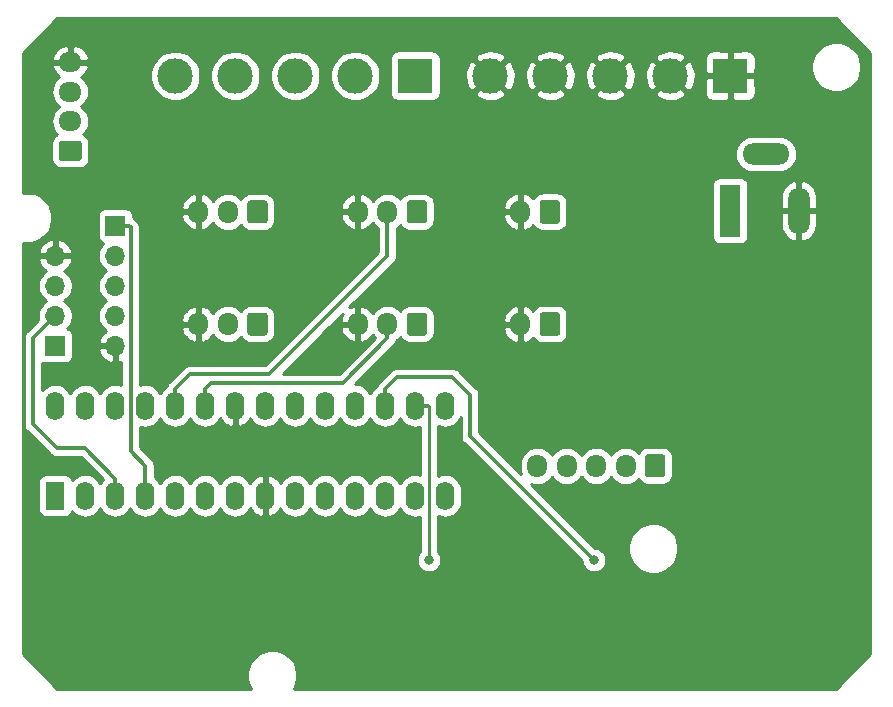
<source format=gbr>
G04 #@! TF.GenerationSoftware,KiCad,Pcbnew,(5.1.5)-2*
G04 #@! TF.CreationDate,2019-12-21T21:13:50+01:00*
G04 #@! TF.ProjectId,garden-water-system,67617264-656e-42d7-9761-7465722d7379,rev?*
G04 #@! TF.SameCoordinates,Original*
G04 #@! TF.FileFunction,Copper,L2,Bot*
G04 #@! TF.FilePolarity,Positive*
%FSLAX46Y46*%
G04 Gerber Fmt 4.6, Leading zero omitted, Abs format (unit mm)*
G04 Created by KiCad (PCBNEW (5.1.5)-2) date 2019-12-21 21:13:50*
%MOMM*%
%LPD*%
G04 APERTURE LIST*
%ADD10R,1.800000X4.400000*%
%ADD11O,1.800000X4.000000*%
%ADD12O,4.000000X1.800000*%
%ADD13O,1.950000X1.700000*%
%ADD14C,0.100000*%
%ADD15O,1.700000X1.950000*%
%ADD16O,1.700000X2.000000*%
%ADD17O,1.600000X2.400000*%
%ADD18R,1.600000X2.400000*%
%ADD19O,1.700000X1.700000*%
%ADD20R,1.700000X1.700000*%
%ADD21C,3.000000*%
%ADD22R,3.000000X3.000000*%
%ADD23C,0.800000*%
%ADD24C,0.300000*%
%ADD25C,0.250000*%
%ADD26C,0.254000*%
G04 APERTURE END LIST*
D10*
X176530000Y-41910000D03*
D11*
X182330000Y-41910000D03*
D12*
X179530000Y-37110000D03*
D13*
X120650000Y-29330000D03*
X120650000Y-31830000D03*
X120650000Y-34330000D03*
G04 #@! TA.AperFunction,ComponentPad*
D14*
G36*
X121399504Y-35981204D02*
G01*
X121423773Y-35984804D01*
X121447571Y-35990765D01*
X121470671Y-35999030D01*
X121492849Y-36009520D01*
X121513893Y-36022133D01*
X121533598Y-36036747D01*
X121551777Y-36053223D01*
X121568253Y-36071402D01*
X121582867Y-36091107D01*
X121595480Y-36112151D01*
X121605970Y-36134329D01*
X121614235Y-36157429D01*
X121620196Y-36181227D01*
X121623796Y-36205496D01*
X121625000Y-36230000D01*
X121625000Y-37430000D01*
X121623796Y-37454504D01*
X121620196Y-37478773D01*
X121614235Y-37502571D01*
X121605970Y-37525671D01*
X121595480Y-37547849D01*
X121582867Y-37568893D01*
X121568253Y-37588598D01*
X121551777Y-37606777D01*
X121533598Y-37623253D01*
X121513893Y-37637867D01*
X121492849Y-37650480D01*
X121470671Y-37660970D01*
X121447571Y-37669235D01*
X121423773Y-37675196D01*
X121399504Y-37678796D01*
X121375000Y-37680000D01*
X119925000Y-37680000D01*
X119900496Y-37678796D01*
X119876227Y-37675196D01*
X119852429Y-37669235D01*
X119829329Y-37660970D01*
X119807151Y-37650480D01*
X119786107Y-37637867D01*
X119766402Y-37623253D01*
X119748223Y-37606777D01*
X119731747Y-37588598D01*
X119717133Y-37568893D01*
X119704520Y-37547849D01*
X119694030Y-37525671D01*
X119685765Y-37502571D01*
X119679804Y-37478773D01*
X119676204Y-37454504D01*
X119675000Y-37430000D01*
X119675000Y-36230000D01*
X119676204Y-36205496D01*
X119679804Y-36181227D01*
X119685765Y-36157429D01*
X119694030Y-36134329D01*
X119704520Y-36112151D01*
X119717133Y-36091107D01*
X119731747Y-36071402D01*
X119748223Y-36053223D01*
X119766402Y-36036747D01*
X119786107Y-36022133D01*
X119807151Y-36009520D01*
X119829329Y-35999030D01*
X119852429Y-35990765D01*
X119876227Y-35984804D01*
X119900496Y-35981204D01*
X119925000Y-35980000D01*
X121375000Y-35980000D01*
X121399504Y-35981204D01*
G37*
G04 #@! TD.AperFunction*
D15*
X160180000Y-63500000D03*
X162680000Y-63500000D03*
X165180000Y-63500000D03*
X167680000Y-63500000D03*
G04 #@! TA.AperFunction,ComponentPad*
D14*
G36*
X170804504Y-62526204D02*
G01*
X170828773Y-62529804D01*
X170852571Y-62535765D01*
X170875671Y-62544030D01*
X170897849Y-62554520D01*
X170918893Y-62567133D01*
X170938598Y-62581747D01*
X170956777Y-62598223D01*
X170973253Y-62616402D01*
X170987867Y-62636107D01*
X171000480Y-62657151D01*
X171010970Y-62679329D01*
X171019235Y-62702429D01*
X171025196Y-62726227D01*
X171028796Y-62750496D01*
X171030000Y-62775000D01*
X171030000Y-64225000D01*
X171028796Y-64249504D01*
X171025196Y-64273773D01*
X171019235Y-64297571D01*
X171010970Y-64320671D01*
X171000480Y-64342849D01*
X170987867Y-64363893D01*
X170973253Y-64383598D01*
X170956777Y-64401777D01*
X170938598Y-64418253D01*
X170918893Y-64432867D01*
X170897849Y-64445480D01*
X170875671Y-64455970D01*
X170852571Y-64464235D01*
X170828773Y-64470196D01*
X170804504Y-64473796D01*
X170780000Y-64475000D01*
X169580000Y-64475000D01*
X169555496Y-64473796D01*
X169531227Y-64470196D01*
X169507429Y-64464235D01*
X169484329Y-64455970D01*
X169462151Y-64445480D01*
X169441107Y-64432867D01*
X169421402Y-64418253D01*
X169403223Y-64401777D01*
X169386747Y-64383598D01*
X169372133Y-64363893D01*
X169359520Y-64342849D01*
X169349030Y-64320671D01*
X169340765Y-64297571D01*
X169334804Y-64273773D01*
X169331204Y-64249504D01*
X169330000Y-64225000D01*
X169330000Y-62775000D01*
X169331204Y-62750496D01*
X169334804Y-62726227D01*
X169340765Y-62702429D01*
X169349030Y-62679329D01*
X169359520Y-62657151D01*
X169372133Y-62636107D01*
X169386747Y-62616402D01*
X169403223Y-62598223D01*
X169421402Y-62581747D01*
X169441107Y-62567133D01*
X169462151Y-62554520D01*
X169484329Y-62544030D01*
X169507429Y-62535765D01*
X169531227Y-62529804D01*
X169555496Y-62526204D01*
X169580000Y-62525000D01*
X170780000Y-62525000D01*
X170804504Y-62526204D01*
G37*
G04 #@! TD.AperFunction*
D16*
X158750000Y-51500000D03*
G04 #@! TA.AperFunction,ComponentPad*
D14*
G36*
X161874504Y-50501204D02*
G01*
X161898773Y-50504804D01*
X161922571Y-50510765D01*
X161945671Y-50519030D01*
X161967849Y-50529520D01*
X161988893Y-50542133D01*
X162008598Y-50556747D01*
X162026777Y-50573223D01*
X162043253Y-50591402D01*
X162057867Y-50611107D01*
X162070480Y-50632151D01*
X162080970Y-50654329D01*
X162089235Y-50677429D01*
X162095196Y-50701227D01*
X162098796Y-50725496D01*
X162100000Y-50750000D01*
X162100000Y-52250000D01*
X162098796Y-52274504D01*
X162095196Y-52298773D01*
X162089235Y-52322571D01*
X162080970Y-52345671D01*
X162070480Y-52367849D01*
X162057867Y-52388893D01*
X162043253Y-52408598D01*
X162026777Y-52426777D01*
X162008598Y-52443253D01*
X161988893Y-52457867D01*
X161967849Y-52470480D01*
X161945671Y-52480970D01*
X161922571Y-52489235D01*
X161898773Y-52495196D01*
X161874504Y-52498796D01*
X161850000Y-52500000D01*
X160650000Y-52500000D01*
X160625496Y-52498796D01*
X160601227Y-52495196D01*
X160577429Y-52489235D01*
X160554329Y-52480970D01*
X160532151Y-52470480D01*
X160511107Y-52457867D01*
X160491402Y-52443253D01*
X160473223Y-52426777D01*
X160456747Y-52408598D01*
X160442133Y-52388893D01*
X160429520Y-52367849D01*
X160419030Y-52345671D01*
X160410765Y-52322571D01*
X160404804Y-52298773D01*
X160401204Y-52274504D01*
X160400000Y-52250000D01*
X160400000Y-50750000D01*
X160401204Y-50725496D01*
X160404804Y-50701227D01*
X160410765Y-50677429D01*
X160419030Y-50654329D01*
X160429520Y-50632151D01*
X160442133Y-50611107D01*
X160456747Y-50591402D01*
X160473223Y-50573223D01*
X160491402Y-50556747D01*
X160511107Y-50542133D01*
X160532151Y-50529520D01*
X160554329Y-50519030D01*
X160577429Y-50510765D01*
X160601227Y-50504804D01*
X160625496Y-50501204D01*
X160650000Y-50500000D01*
X161850000Y-50500000D01*
X161874504Y-50501204D01*
G37*
G04 #@! TD.AperFunction*
D16*
X158750000Y-42000000D03*
G04 #@! TA.AperFunction,ComponentPad*
D14*
G36*
X161874504Y-41001204D02*
G01*
X161898773Y-41004804D01*
X161922571Y-41010765D01*
X161945671Y-41019030D01*
X161967849Y-41029520D01*
X161988893Y-41042133D01*
X162008598Y-41056747D01*
X162026777Y-41073223D01*
X162043253Y-41091402D01*
X162057867Y-41111107D01*
X162070480Y-41132151D01*
X162080970Y-41154329D01*
X162089235Y-41177429D01*
X162095196Y-41201227D01*
X162098796Y-41225496D01*
X162100000Y-41250000D01*
X162100000Y-42750000D01*
X162098796Y-42774504D01*
X162095196Y-42798773D01*
X162089235Y-42822571D01*
X162080970Y-42845671D01*
X162070480Y-42867849D01*
X162057867Y-42888893D01*
X162043253Y-42908598D01*
X162026777Y-42926777D01*
X162008598Y-42943253D01*
X161988893Y-42957867D01*
X161967849Y-42970480D01*
X161945671Y-42980970D01*
X161922571Y-42989235D01*
X161898773Y-42995196D01*
X161874504Y-42998796D01*
X161850000Y-43000000D01*
X160650000Y-43000000D01*
X160625496Y-42998796D01*
X160601227Y-42995196D01*
X160577429Y-42989235D01*
X160554329Y-42980970D01*
X160532151Y-42970480D01*
X160511107Y-42957867D01*
X160491402Y-42943253D01*
X160473223Y-42926777D01*
X160456747Y-42908598D01*
X160442133Y-42888893D01*
X160429520Y-42867849D01*
X160419030Y-42845671D01*
X160410765Y-42822571D01*
X160404804Y-42798773D01*
X160401204Y-42774504D01*
X160400000Y-42750000D01*
X160400000Y-41250000D01*
X160401204Y-41225496D01*
X160404804Y-41201227D01*
X160410765Y-41177429D01*
X160419030Y-41154329D01*
X160429520Y-41132151D01*
X160442133Y-41111107D01*
X160456747Y-41091402D01*
X160473223Y-41073223D01*
X160491402Y-41056747D01*
X160511107Y-41042133D01*
X160532151Y-41029520D01*
X160554329Y-41019030D01*
X160577429Y-41010765D01*
X160601227Y-41004804D01*
X160625496Y-41001204D01*
X160650000Y-41000000D01*
X161850000Y-41000000D01*
X161874504Y-41001204D01*
G37*
G04 #@! TD.AperFunction*
D17*
X119380000Y-58420000D03*
X152400000Y-66040000D03*
X121920000Y-58420000D03*
X149860000Y-66040000D03*
X124460000Y-58420000D03*
X147320000Y-66040000D03*
X127000000Y-58420000D03*
X144780000Y-66040000D03*
X129540000Y-58420000D03*
X142240000Y-66040000D03*
X132080000Y-58420000D03*
X139700000Y-66040000D03*
X134620000Y-58420000D03*
X137160000Y-66040000D03*
X137160000Y-58420000D03*
X134620000Y-66040000D03*
X139700000Y-58420000D03*
X132080000Y-66040000D03*
X142240000Y-58420000D03*
X129540000Y-66040000D03*
X144780000Y-58420000D03*
X127000000Y-66040000D03*
X147320000Y-58420000D03*
X124460000Y-66040000D03*
X149860000Y-58420000D03*
X121920000Y-66040000D03*
X152400000Y-58420000D03*
D18*
X119380000Y-66040000D03*
D19*
X124460000Y-53340000D03*
X124460000Y-50800000D03*
X124460000Y-48260000D03*
X124460000Y-45720000D03*
D20*
X124460000Y-43180000D03*
D19*
X119380000Y-45720000D03*
X119380000Y-48260000D03*
X119380000Y-50800000D03*
D20*
X119380000Y-53340000D03*
D21*
X129540000Y-30480000D03*
X134620000Y-30480000D03*
D22*
X149860000Y-30480000D03*
D21*
X139700000Y-30480000D03*
X144780000Y-30480000D03*
X171450000Y-30480000D03*
X166370000Y-30480000D03*
D22*
X176530000Y-30480000D03*
D21*
X161290000Y-30480000D03*
X156210000Y-30480000D03*
D15*
X131500000Y-42000000D03*
X134000000Y-42000000D03*
G04 #@! TA.AperFunction,ComponentPad*
D14*
G36*
X137124504Y-41026204D02*
G01*
X137148773Y-41029804D01*
X137172571Y-41035765D01*
X137195671Y-41044030D01*
X137217849Y-41054520D01*
X137238893Y-41067133D01*
X137258598Y-41081747D01*
X137276777Y-41098223D01*
X137293253Y-41116402D01*
X137307867Y-41136107D01*
X137320480Y-41157151D01*
X137330970Y-41179329D01*
X137339235Y-41202429D01*
X137345196Y-41226227D01*
X137348796Y-41250496D01*
X137350000Y-41275000D01*
X137350000Y-42725000D01*
X137348796Y-42749504D01*
X137345196Y-42773773D01*
X137339235Y-42797571D01*
X137330970Y-42820671D01*
X137320480Y-42842849D01*
X137307867Y-42863893D01*
X137293253Y-42883598D01*
X137276777Y-42901777D01*
X137258598Y-42918253D01*
X137238893Y-42932867D01*
X137217849Y-42945480D01*
X137195671Y-42955970D01*
X137172571Y-42964235D01*
X137148773Y-42970196D01*
X137124504Y-42973796D01*
X137100000Y-42975000D01*
X135900000Y-42975000D01*
X135875496Y-42973796D01*
X135851227Y-42970196D01*
X135827429Y-42964235D01*
X135804329Y-42955970D01*
X135782151Y-42945480D01*
X135761107Y-42932867D01*
X135741402Y-42918253D01*
X135723223Y-42901777D01*
X135706747Y-42883598D01*
X135692133Y-42863893D01*
X135679520Y-42842849D01*
X135669030Y-42820671D01*
X135660765Y-42797571D01*
X135654804Y-42773773D01*
X135651204Y-42749504D01*
X135650000Y-42725000D01*
X135650000Y-41275000D01*
X135651204Y-41250496D01*
X135654804Y-41226227D01*
X135660765Y-41202429D01*
X135669030Y-41179329D01*
X135679520Y-41157151D01*
X135692133Y-41136107D01*
X135706747Y-41116402D01*
X135723223Y-41098223D01*
X135741402Y-41081747D01*
X135761107Y-41067133D01*
X135782151Y-41054520D01*
X135804329Y-41044030D01*
X135827429Y-41035765D01*
X135851227Y-41029804D01*
X135875496Y-41026204D01*
X135900000Y-41025000D01*
X137100000Y-41025000D01*
X137124504Y-41026204D01*
G37*
G04 #@! TD.AperFunction*
D15*
X131500000Y-51500000D03*
X134000000Y-51500000D03*
G04 #@! TA.AperFunction,ComponentPad*
D14*
G36*
X137124504Y-50526204D02*
G01*
X137148773Y-50529804D01*
X137172571Y-50535765D01*
X137195671Y-50544030D01*
X137217849Y-50554520D01*
X137238893Y-50567133D01*
X137258598Y-50581747D01*
X137276777Y-50598223D01*
X137293253Y-50616402D01*
X137307867Y-50636107D01*
X137320480Y-50657151D01*
X137330970Y-50679329D01*
X137339235Y-50702429D01*
X137345196Y-50726227D01*
X137348796Y-50750496D01*
X137350000Y-50775000D01*
X137350000Y-52225000D01*
X137348796Y-52249504D01*
X137345196Y-52273773D01*
X137339235Y-52297571D01*
X137330970Y-52320671D01*
X137320480Y-52342849D01*
X137307867Y-52363893D01*
X137293253Y-52383598D01*
X137276777Y-52401777D01*
X137258598Y-52418253D01*
X137238893Y-52432867D01*
X137217849Y-52445480D01*
X137195671Y-52455970D01*
X137172571Y-52464235D01*
X137148773Y-52470196D01*
X137124504Y-52473796D01*
X137100000Y-52475000D01*
X135900000Y-52475000D01*
X135875496Y-52473796D01*
X135851227Y-52470196D01*
X135827429Y-52464235D01*
X135804329Y-52455970D01*
X135782151Y-52445480D01*
X135761107Y-52432867D01*
X135741402Y-52418253D01*
X135723223Y-52401777D01*
X135706747Y-52383598D01*
X135692133Y-52363893D01*
X135679520Y-52342849D01*
X135669030Y-52320671D01*
X135660765Y-52297571D01*
X135654804Y-52273773D01*
X135651204Y-52249504D01*
X135650000Y-52225000D01*
X135650000Y-50775000D01*
X135651204Y-50750496D01*
X135654804Y-50726227D01*
X135660765Y-50702429D01*
X135669030Y-50679329D01*
X135679520Y-50657151D01*
X135692133Y-50636107D01*
X135706747Y-50616402D01*
X135723223Y-50598223D01*
X135741402Y-50581747D01*
X135761107Y-50567133D01*
X135782151Y-50554520D01*
X135804329Y-50544030D01*
X135827429Y-50535765D01*
X135851227Y-50529804D01*
X135875496Y-50526204D01*
X135900000Y-50525000D01*
X137100000Y-50525000D01*
X137124504Y-50526204D01*
G37*
G04 #@! TD.AperFunction*
D15*
X145000000Y-42000000D03*
X147500000Y-42000000D03*
G04 #@! TA.AperFunction,ComponentPad*
D14*
G36*
X150624504Y-41026204D02*
G01*
X150648773Y-41029804D01*
X150672571Y-41035765D01*
X150695671Y-41044030D01*
X150717849Y-41054520D01*
X150738893Y-41067133D01*
X150758598Y-41081747D01*
X150776777Y-41098223D01*
X150793253Y-41116402D01*
X150807867Y-41136107D01*
X150820480Y-41157151D01*
X150830970Y-41179329D01*
X150839235Y-41202429D01*
X150845196Y-41226227D01*
X150848796Y-41250496D01*
X150850000Y-41275000D01*
X150850000Y-42725000D01*
X150848796Y-42749504D01*
X150845196Y-42773773D01*
X150839235Y-42797571D01*
X150830970Y-42820671D01*
X150820480Y-42842849D01*
X150807867Y-42863893D01*
X150793253Y-42883598D01*
X150776777Y-42901777D01*
X150758598Y-42918253D01*
X150738893Y-42932867D01*
X150717849Y-42945480D01*
X150695671Y-42955970D01*
X150672571Y-42964235D01*
X150648773Y-42970196D01*
X150624504Y-42973796D01*
X150600000Y-42975000D01*
X149400000Y-42975000D01*
X149375496Y-42973796D01*
X149351227Y-42970196D01*
X149327429Y-42964235D01*
X149304329Y-42955970D01*
X149282151Y-42945480D01*
X149261107Y-42932867D01*
X149241402Y-42918253D01*
X149223223Y-42901777D01*
X149206747Y-42883598D01*
X149192133Y-42863893D01*
X149179520Y-42842849D01*
X149169030Y-42820671D01*
X149160765Y-42797571D01*
X149154804Y-42773773D01*
X149151204Y-42749504D01*
X149150000Y-42725000D01*
X149150000Y-41275000D01*
X149151204Y-41250496D01*
X149154804Y-41226227D01*
X149160765Y-41202429D01*
X149169030Y-41179329D01*
X149179520Y-41157151D01*
X149192133Y-41136107D01*
X149206747Y-41116402D01*
X149223223Y-41098223D01*
X149241402Y-41081747D01*
X149261107Y-41067133D01*
X149282151Y-41054520D01*
X149304329Y-41044030D01*
X149327429Y-41035765D01*
X149351227Y-41029804D01*
X149375496Y-41026204D01*
X149400000Y-41025000D01*
X150600000Y-41025000D01*
X150624504Y-41026204D01*
G37*
G04 #@! TD.AperFunction*
D15*
X145000000Y-51500000D03*
X147500000Y-51500000D03*
G04 #@! TA.AperFunction,ComponentPad*
D14*
G36*
X150624504Y-50526204D02*
G01*
X150648773Y-50529804D01*
X150672571Y-50535765D01*
X150695671Y-50544030D01*
X150717849Y-50554520D01*
X150738893Y-50567133D01*
X150758598Y-50581747D01*
X150776777Y-50598223D01*
X150793253Y-50616402D01*
X150807867Y-50636107D01*
X150820480Y-50657151D01*
X150830970Y-50679329D01*
X150839235Y-50702429D01*
X150845196Y-50726227D01*
X150848796Y-50750496D01*
X150850000Y-50775000D01*
X150850000Y-52225000D01*
X150848796Y-52249504D01*
X150845196Y-52273773D01*
X150839235Y-52297571D01*
X150830970Y-52320671D01*
X150820480Y-52342849D01*
X150807867Y-52363893D01*
X150793253Y-52383598D01*
X150776777Y-52401777D01*
X150758598Y-52418253D01*
X150738893Y-52432867D01*
X150717849Y-52445480D01*
X150695671Y-52455970D01*
X150672571Y-52464235D01*
X150648773Y-52470196D01*
X150624504Y-52473796D01*
X150600000Y-52475000D01*
X149400000Y-52475000D01*
X149375496Y-52473796D01*
X149351227Y-52470196D01*
X149327429Y-52464235D01*
X149304329Y-52455970D01*
X149282151Y-52445480D01*
X149261107Y-52432867D01*
X149241402Y-52418253D01*
X149223223Y-52401777D01*
X149206747Y-52383598D01*
X149192133Y-52363893D01*
X149179520Y-52342849D01*
X149169030Y-52320671D01*
X149160765Y-52297571D01*
X149154804Y-52273773D01*
X149151204Y-52249504D01*
X149150000Y-52225000D01*
X149150000Y-50775000D01*
X149151204Y-50750496D01*
X149154804Y-50726227D01*
X149160765Y-50702429D01*
X149169030Y-50679329D01*
X149179520Y-50657151D01*
X149192133Y-50636107D01*
X149206747Y-50616402D01*
X149223223Y-50598223D01*
X149241402Y-50581747D01*
X149261107Y-50567133D01*
X149282151Y-50554520D01*
X149304329Y-50544030D01*
X149327429Y-50535765D01*
X149351227Y-50529804D01*
X149375496Y-50526204D01*
X149400000Y-50525000D01*
X150600000Y-50525000D01*
X150624504Y-50526204D01*
G37*
G04 #@! TD.AperFunction*
D23*
X151000000Y-71500000D03*
X165000000Y-71500000D03*
D24*
X150910000Y-58420000D02*
X149860000Y-58420000D01*
X151000000Y-58510000D02*
X150910000Y-58420000D01*
D25*
X151000000Y-71500000D02*
X151000000Y-58510000D01*
D24*
X165000000Y-71500000D02*
X154500000Y-61000000D01*
X147320000Y-56970000D02*
X147320000Y-58420000D01*
X154500000Y-57500000D02*
X153000000Y-56000000D01*
X153000000Y-56000000D02*
X148290000Y-56000000D01*
X154500000Y-61000000D02*
X154500000Y-57500000D01*
X148290000Y-56000000D02*
X147320000Y-56970000D01*
X147500000Y-51500000D02*
X147500000Y-52725000D01*
X147500000Y-52725000D02*
X143725000Y-56500000D01*
X132080000Y-56970000D02*
X132080000Y-58420000D01*
X132550000Y-56500000D02*
X132080000Y-56970000D01*
X143725000Y-56500000D02*
X132550000Y-56500000D01*
X129540000Y-56970000D02*
X130760000Y-55750000D01*
X129540000Y-58420000D02*
X129540000Y-56970000D01*
X130760000Y-55750000D02*
X137500000Y-55750000D01*
X147500000Y-45750000D02*
X147500000Y-42000000D01*
X137500000Y-55750000D02*
X147500000Y-45750000D01*
X124460000Y-64590000D02*
X121870000Y-62000000D01*
X124460000Y-66040000D02*
X124460000Y-64590000D01*
X121870000Y-62000000D02*
X119500000Y-62000000D01*
X119500000Y-62000000D02*
X117500000Y-60000000D01*
X117500000Y-52680000D02*
X119380000Y-50800000D01*
X117500000Y-60000000D02*
X117500000Y-52680000D01*
X125610000Y-43180000D02*
X125750000Y-43320000D01*
X124460000Y-43180000D02*
X125610000Y-43180000D01*
X125750000Y-43320000D02*
X125750000Y-62250000D01*
X127000000Y-63500000D02*
X127000000Y-66040000D01*
X125750000Y-62250000D02*
X127000000Y-63500000D01*
D26*
G36*
X188373000Y-28552606D02*
G01*
X188373000Y-79447394D01*
X185447394Y-82373000D01*
X139567378Y-82373000D01*
X139642012Y-82261302D01*
X139802953Y-81872756D01*
X139885000Y-81460279D01*
X139885000Y-81039721D01*
X139802953Y-80627244D01*
X139642012Y-80238698D01*
X139408363Y-79889017D01*
X139110983Y-79591637D01*
X138761302Y-79357988D01*
X138372756Y-79197047D01*
X137960279Y-79115000D01*
X137539721Y-79115000D01*
X137127244Y-79197047D01*
X136738698Y-79357988D01*
X136389017Y-79591637D01*
X136091637Y-79889017D01*
X135857988Y-80238698D01*
X135697047Y-80627244D01*
X135615000Y-81039721D01*
X135615000Y-81460279D01*
X135697047Y-81872756D01*
X135857988Y-82261302D01*
X135932622Y-82373000D01*
X119552606Y-82373000D01*
X116627000Y-79447394D01*
X116627000Y-52680000D01*
X116711203Y-52680000D01*
X116715001Y-52718563D01*
X116715000Y-59961447D01*
X116711203Y-60000000D01*
X116715000Y-60038553D01*
X116715000Y-60038560D01*
X116726359Y-60153886D01*
X116771246Y-60301859D01*
X116844138Y-60438232D01*
X116942236Y-60557764D01*
X116972190Y-60582347D01*
X118917658Y-62527816D01*
X118942236Y-62557764D01*
X118972184Y-62582342D01*
X118972187Y-62582345D01*
X118995827Y-62601746D01*
X119061767Y-62655862D01*
X119193659Y-62726359D01*
X119198140Y-62728754D01*
X119346112Y-62773641D01*
X119359911Y-62775000D01*
X119461439Y-62785000D01*
X119461446Y-62785000D01*
X119499999Y-62788797D01*
X119538552Y-62785000D01*
X121544843Y-62785000D01*
X123413276Y-64653434D01*
X123261068Y-64838900D01*
X123190000Y-64971858D01*
X123118932Y-64838899D01*
X122939607Y-64620392D01*
X122721100Y-64441068D01*
X122471807Y-64307818D01*
X122201308Y-64225764D01*
X121920000Y-64198057D01*
X121638691Y-64225764D01*
X121368192Y-64307818D01*
X121118899Y-64441068D01*
X120900392Y-64620393D01*
X120807581Y-64733483D01*
X120805812Y-64715518D01*
X120769502Y-64595820D01*
X120710537Y-64485506D01*
X120631185Y-64388815D01*
X120534494Y-64309463D01*
X120424180Y-64250498D01*
X120304482Y-64214188D01*
X120180000Y-64201928D01*
X118580000Y-64201928D01*
X118455518Y-64214188D01*
X118335820Y-64250498D01*
X118225506Y-64309463D01*
X118128815Y-64388815D01*
X118049463Y-64485506D01*
X117990498Y-64595820D01*
X117954188Y-64715518D01*
X117941928Y-64840000D01*
X117941928Y-67240000D01*
X117954188Y-67364482D01*
X117990498Y-67484180D01*
X118049463Y-67594494D01*
X118128815Y-67691185D01*
X118225506Y-67770537D01*
X118335820Y-67829502D01*
X118455518Y-67865812D01*
X118580000Y-67878072D01*
X120180000Y-67878072D01*
X120304482Y-67865812D01*
X120424180Y-67829502D01*
X120534494Y-67770537D01*
X120631185Y-67691185D01*
X120710537Y-67594494D01*
X120769502Y-67484180D01*
X120805812Y-67364482D01*
X120807581Y-67346517D01*
X120900393Y-67459608D01*
X121118900Y-67638932D01*
X121368193Y-67772182D01*
X121638692Y-67854236D01*
X121920000Y-67881943D01*
X122201309Y-67854236D01*
X122471808Y-67772182D01*
X122721101Y-67638932D01*
X122939608Y-67459608D01*
X123118932Y-67241101D01*
X123190000Y-67108142D01*
X123261068Y-67241101D01*
X123440393Y-67459608D01*
X123658900Y-67638932D01*
X123908193Y-67772182D01*
X124178692Y-67854236D01*
X124460000Y-67881943D01*
X124741309Y-67854236D01*
X125011808Y-67772182D01*
X125261101Y-67638932D01*
X125479608Y-67459608D01*
X125658932Y-67241101D01*
X125730000Y-67108142D01*
X125801068Y-67241101D01*
X125980393Y-67459608D01*
X126198900Y-67638932D01*
X126448193Y-67772182D01*
X126718692Y-67854236D01*
X127000000Y-67881943D01*
X127281309Y-67854236D01*
X127551808Y-67772182D01*
X127801101Y-67638932D01*
X128019608Y-67459608D01*
X128198932Y-67241101D01*
X128270000Y-67108142D01*
X128341068Y-67241101D01*
X128520393Y-67459608D01*
X128738900Y-67638932D01*
X128988193Y-67772182D01*
X129258692Y-67854236D01*
X129540000Y-67881943D01*
X129821309Y-67854236D01*
X130091808Y-67772182D01*
X130341101Y-67638932D01*
X130559608Y-67459608D01*
X130738932Y-67241101D01*
X130810000Y-67108142D01*
X130881068Y-67241101D01*
X131060393Y-67459608D01*
X131278900Y-67638932D01*
X131528193Y-67772182D01*
X131798692Y-67854236D01*
X132080000Y-67881943D01*
X132361309Y-67854236D01*
X132631808Y-67772182D01*
X132881101Y-67638932D01*
X133099608Y-67459608D01*
X133278932Y-67241101D01*
X133350000Y-67108142D01*
X133421068Y-67241101D01*
X133600393Y-67459608D01*
X133818900Y-67638932D01*
X134068193Y-67772182D01*
X134338692Y-67854236D01*
X134620000Y-67881943D01*
X134901309Y-67854236D01*
X135171808Y-67772182D01*
X135421101Y-67638932D01*
X135639608Y-67459608D01*
X135818932Y-67241101D01*
X135887265Y-67113259D01*
X136037399Y-67342839D01*
X136235105Y-67544500D01*
X136468354Y-67703715D01*
X136728182Y-67814367D01*
X136810961Y-67831904D01*
X137033000Y-67709915D01*
X137033000Y-66167000D01*
X137013000Y-66167000D01*
X137013000Y-65913000D01*
X137033000Y-65913000D01*
X137033000Y-64370085D01*
X136810961Y-64248096D01*
X136728182Y-64265633D01*
X136468354Y-64376285D01*
X136235105Y-64535500D01*
X136037399Y-64737161D01*
X135887265Y-64966741D01*
X135818932Y-64838899D01*
X135639607Y-64620392D01*
X135421100Y-64441068D01*
X135171807Y-64307818D01*
X134901308Y-64225764D01*
X134620000Y-64198057D01*
X134338691Y-64225764D01*
X134068192Y-64307818D01*
X133818899Y-64441068D01*
X133600392Y-64620393D01*
X133421068Y-64838900D01*
X133350000Y-64971858D01*
X133278932Y-64838899D01*
X133099607Y-64620392D01*
X132881100Y-64441068D01*
X132631807Y-64307818D01*
X132361308Y-64225764D01*
X132080000Y-64198057D01*
X131798691Y-64225764D01*
X131528192Y-64307818D01*
X131278899Y-64441068D01*
X131060392Y-64620393D01*
X130881068Y-64838900D01*
X130810000Y-64971858D01*
X130738932Y-64838899D01*
X130559607Y-64620392D01*
X130341100Y-64441068D01*
X130091807Y-64307818D01*
X129821308Y-64225764D01*
X129540000Y-64198057D01*
X129258691Y-64225764D01*
X128988192Y-64307818D01*
X128738899Y-64441068D01*
X128520392Y-64620393D01*
X128341068Y-64838900D01*
X128270000Y-64971858D01*
X128198932Y-64838899D01*
X128019607Y-64620392D01*
X127801100Y-64441068D01*
X127785000Y-64432462D01*
X127785000Y-63538555D01*
X127788797Y-63500000D01*
X127785000Y-63461440D01*
X127785000Y-63461439D01*
X127781020Y-63421026D01*
X127773642Y-63346113D01*
X127728754Y-63198140D01*
X127655862Y-63061767D01*
X127557764Y-62942236D01*
X127527817Y-62917659D01*
X126535000Y-61924843D01*
X126535000Y-60178514D01*
X126718692Y-60234236D01*
X127000000Y-60261943D01*
X127281309Y-60234236D01*
X127551808Y-60152182D01*
X127801101Y-60018932D01*
X128019608Y-59839608D01*
X128198932Y-59621101D01*
X128270000Y-59488142D01*
X128341068Y-59621101D01*
X128520393Y-59839608D01*
X128738900Y-60018932D01*
X128988193Y-60152182D01*
X129258692Y-60234236D01*
X129540000Y-60261943D01*
X129821309Y-60234236D01*
X130091808Y-60152182D01*
X130341101Y-60018932D01*
X130559608Y-59839608D01*
X130738932Y-59621101D01*
X130810000Y-59488142D01*
X130881068Y-59621101D01*
X131060393Y-59839608D01*
X131278900Y-60018932D01*
X131528193Y-60152182D01*
X131798692Y-60234236D01*
X132080000Y-60261943D01*
X132361309Y-60234236D01*
X132631808Y-60152182D01*
X132881101Y-60018932D01*
X133099608Y-59839608D01*
X133278932Y-59621101D01*
X133347265Y-59493259D01*
X133497399Y-59722839D01*
X133695105Y-59924500D01*
X133928354Y-60083715D01*
X134188182Y-60194367D01*
X134270961Y-60211904D01*
X134493000Y-60089915D01*
X134493000Y-58547000D01*
X134473000Y-58547000D01*
X134473000Y-58293000D01*
X134493000Y-58293000D01*
X134493000Y-58273000D01*
X134747000Y-58273000D01*
X134747000Y-58293000D01*
X134767000Y-58293000D01*
X134767000Y-58547000D01*
X134747000Y-58547000D01*
X134747000Y-60089915D01*
X134969039Y-60211904D01*
X135051818Y-60194367D01*
X135311646Y-60083715D01*
X135544895Y-59924500D01*
X135742601Y-59722839D01*
X135892735Y-59493259D01*
X135961068Y-59621101D01*
X136140393Y-59839608D01*
X136358900Y-60018932D01*
X136608193Y-60152182D01*
X136878692Y-60234236D01*
X137160000Y-60261943D01*
X137441309Y-60234236D01*
X137711808Y-60152182D01*
X137961101Y-60018932D01*
X138179608Y-59839608D01*
X138358932Y-59621101D01*
X138430000Y-59488142D01*
X138501068Y-59621101D01*
X138680393Y-59839608D01*
X138898900Y-60018932D01*
X139148193Y-60152182D01*
X139418692Y-60234236D01*
X139700000Y-60261943D01*
X139981309Y-60234236D01*
X140251808Y-60152182D01*
X140501101Y-60018932D01*
X140719608Y-59839608D01*
X140898932Y-59621101D01*
X140970000Y-59488142D01*
X141041068Y-59621101D01*
X141220393Y-59839608D01*
X141438900Y-60018932D01*
X141688193Y-60152182D01*
X141958692Y-60234236D01*
X142240000Y-60261943D01*
X142521309Y-60234236D01*
X142791808Y-60152182D01*
X143041101Y-60018932D01*
X143259608Y-59839608D01*
X143438932Y-59621101D01*
X143510000Y-59488142D01*
X143581068Y-59621101D01*
X143760393Y-59839608D01*
X143978900Y-60018932D01*
X144228193Y-60152182D01*
X144498692Y-60234236D01*
X144780000Y-60261943D01*
X145061309Y-60234236D01*
X145331808Y-60152182D01*
X145581101Y-60018932D01*
X145799608Y-59839608D01*
X145978932Y-59621101D01*
X146050000Y-59488142D01*
X146121068Y-59621101D01*
X146300393Y-59839608D01*
X146518900Y-60018932D01*
X146768193Y-60152182D01*
X147038692Y-60234236D01*
X147320000Y-60261943D01*
X147601309Y-60234236D01*
X147871808Y-60152182D01*
X148121101Y-60018932D01*
X148339608Y-59839608D01*
X148518932Y-59621101D01*
X148590000Y-59488142D01*
X148661068Y-59621101D01*
X148840393Y-59839608D01*
X149058900Y-60018932D01*
X149308193Y-60152182D01*
X149578692Y-60234236D01*
X149860000Y-60261943D01*
X150141309Y-60234236D01*
X150240001Y-60204299D01*
X150240001Y-64255702D01*
X150141308Y-64225764D01*
X149860000Y-64198057D01*
X149578691Y-64225764D01*
X149308192Y-64307818D01*
X149058899Y-64441068D01*
X148840392Y-64620393D01*
X148661068Y-64838900D01*
X148590000Y-64971858D01*
X148518932Y-64838899D01*
X148339607Y-64620392D01*
X148121100Y-64441068D01*
X147871807Y-64307818D01*
X147601308Y-64225764D01*
X147320000Y-64198057D01*
X147038691Y-64225764D01*
X146768192Y-64307818D01*
X146518899Y-64441068D01*
X146300392Y-64620393D01*
X146121068Y-64838900D01*
X146050000Y-64971858D01*
X145978932Y-64838899D01*
X145799607Y-64620392D01*
X145581100Y-64441068D01*
X145331807Y-64307818D01*
X145061308Y-64225764D01*
X144780000Y-64198057D01*
X144498691Y-64225764D01*
X144228192Y-64307818D01*
X143978899Y-64441068D01*
X143760392Y-64620393D01*
X143581068Y-64838900D01*
X143510000Y-64971858D01*
X143438932Y-64838899D01*
X143259607Y-64620392D01*
X143041100Y-64441068D01*
X142791807Y-64307818D01*
X142521308Y-64225764D01*
X142240000Y-64198057D01*
X141958691Y-64225764D01*
X141688192Y-64307818D01*
X141438899Y-64441068D01*
X141220392Y-64620393D01*
X141041068Y-64838900D01*
X140970000Y-64971858D01*
X140898932Y-64838899D01*
X140719607Y-64620392D01*
X140501100Y-64441068D01*
X140251807Y-64307818D01*
X139981308Y-64225764D01*
X139700000Y-64198057D01*
X139418691Y-64225764D01*
X139148192Y-64307818D01*
X138898899Y-64441068D01*
X138680392Y-64620393D01*
X138501068Y-64838900D01*
X138432735Y-64966742D01*
X138282601Y-64737161D01*
X138084895Y-64535500D01*
X137851646Y-64376285D01*
X137591818Y-64265633D01*
X137509039Y-64248096D01*
X137287000Y-64370085D01*
X137287000Y-65913000D01*
X137307000Y-65913000D01*
X137307000Y-66167000D01*
X137287000Y-66167000D01*
X137287000Y-67709915D01*
X137509039Y-67831904D01*
X137591818Y-67814367D01*
X137851646Y-67703715D01*
X138084895Y-67544500D01*
X138282601Y-67342839D01*
X138432735Y-67113259D01*
X138501068Y-67241101D01*
X138680393Y-67459608D01*
X138898900Y-67638932D01*
X139148193Y-67772182D01*
X139418692Y-67854236D01*
X139700000Y-67881943D01*
X139981309Y-67854236D01*
X140251808Y-67772182D01*
X140501101Y-67638932D01*
X140719608Y-67459608D01*
X140898932Y-67241101D01*
X140970000Y-67108142D01*
X141041068Y-67241101D01*
X141220393Y-67459608D01*
X141438900Y-67638932D01*
X141688193Y-67772182D01*
X141958692Y-67854236D01*
X142240000Y-67881943D01*
X142521309Y-67854236D01*
X142791808Y-67772182D01*
X143041101Y-67638932D01*
X143259608Y-67459608D01*
X143438932Y-67241101D01*
X143510000Y-67108142D01*
X143581068Y-67241101D01*
X143760393Y-67459608D01*
X143978900Y-67638932D01*
X144228193Y-67772182D01*
X144498692Y-67854236D01*
X144780000Y-67881943D01*
X145061309Y-67854236D01*
X145331808Y-67772182D01*
X145581101Y-67638932D01*
X145799608Y-67459608D01*
X145978932Y-67241101D01*
X146050000Y-67108142D01*
X146121068Y-67241101D01*
X146300393Y-67459608D01*
X146518900Y-67638932D01*
X146768193Y-67772182D01*
X147038692Y-67854236D01*
X147320000Y-67881943D01*
X147601309Y-67854236D01*
X147871808Y-67772182D01*
X148121101Y-67638932D01*
X148339608Y-67459608D01*
X148518932Y-67241101D01*
X148590000Y-67108142D01*
X148661068Y-67241101D01*
X148840393Y-67459608D01*
X149058900Y-67638932D01*
X149308193Y-67772182D01*
X149578692Y-67854236D01*
X149860000Y-67881943D01*
X150141309Y-67854236D01*
X150240000Y-67824299D01*
X150240000Y-70796289D01*
X150196063Y-70840226D01*
X150082795Y-71009744D01*
X150004774Y-71198102D01*
X149965000Y-71398061D01*
X149965000Y-71601939D01*
X150004774Y-71801898D01*
X150082795Y-71990256D01*
X150196063Y-72159774D01*
X150340226Y-72303937D01*
X150509744Y-72417205D01*
X150698102Y-72495226D01*
X150898061Y-72535000D01*
X151101939Y-72535000D01*
X151301898Y-72495226D01*
X151490256Y-72417205D01*
X151659774Y-72303937D01*
X151803937Y-72159774D01*
X151917205Y-71990256D01*
X151995226Y-71801898D01*
X152035000Y-71601939D01*
X152035000Y-71398061D01*
X151995226Y-71198102D01*
X151917205Y-71009744D01*
X151803937Y-70840226D01*
X151760000Y-70796289D01*
X151760000Y-67725042D01*
X151848193Y-67772182D01*
X152118692Y-67854236D01*
X152400000Y-67881943D01*
X152681309Y-67854236D01*
X152951808Y-67772182D01*
X153201101Y-67638932D01*
X153419608Y-67459608D01*
X153598932Y-67241101D01*
X153732182Y-66991808D01*
X153814236Y-66721309D01*
X153835000Y-66510491D01*
X153835000Y-65569508D01*
X153814236Y-65358691D01*
X153732182Y-65088192D01*
X153598932Y-64838899D01*
X153419607Y-64620392D01*
X153201100Y-64441068D01*
X152951807Y-64307818D01*
X152681308Y-64225764D01*
X152400000Y-64198057D01*
X152118691Y-64225764D01*
X151848192Y-64307818D01*
X151760000Y-64354958D01*
X151760000Y-60105042D01*
X151848193Y-60152182D01*
X152118692Y-60234236D01*
X152400000Y-60261943D01*
X152681309Y-60234236D01*
X152951808Y-60152182D01*
X153201101Y-60018932D01*
X153419608Y-59839608D01*
X153598932Y-59621101D01*
X153715000Y-59403952D01*
X153715000Y-60961447D01*
X153711203Y-61000000D01*
X153715000Y-61038553D01*
X153715000Y-61038560D01*
X153726359Y-61153886D01*
X153771246Y-61301859D01*
X153844138Y-61438232D01*
X153942236Y-61557764D01*
X153972190Y-61582347D01*
X163965000Y-71575158D01*
X163965000Y-71601939D01*
X164004774Y-71801898D01*
X164082795Y-71990256D01*
X164196063Y-72159774D01*
X164340226Y-72303937D01*
X164509744Y-72417205D01*
X164698102Y-72495226D01*
X164898061Y-72535000D01*
X165101939Y-72535000D01*
X165301898Y-72495226D01*
X165490256Y-72417205D01*
X165659774Y-72303937D01*
X165803937Y-72159774D01*
X165917205Y-71990256D01*
X165995226Y-71801898D01*
X166035000Y-71601939D01*
X166035000Y-71398061D01*
X165995226Y-71198102D01*
X165917205Y-71009744D01*
X165803937Y-70840226D01*
X165659774Y-70696063D01*
X165490256Y-70582795D01*
X165301898Y-70504774D01*
X165101939Y-70465000D01*
X165075158Y-70465000D01*
X164899879Y-70289721D01*
X167865000Y-70289721D01*
X167865000Y-70710279D01*
X167947047Y-71122756D01*
X168107988Y-71511302D01*
X168341637Y-71860983D01*
X168639017Y-72158363D01*
X168988698Y-72392012D01*
X169377244Y-72552953D01*
X169789721Y-72635000D01*
X170210279Y-72635000D01*
X170622756Y-72552953D01*
X171011302Y-72392012D01*
X171360983Y-72158363D01*
X171658363Y-71860983D01*
X171892012Y-71511302D01*
X172052953Y-71122756D01*
X172135000Y-70710279D01*
X172135000Y-70289721D01*
X172052953Y-69877244D01*
X171892012Y-69488698D01*
X171658363Y-69139017D01*
X171360983Y-68841637D01*
X171011302Y-68607988D01*
X170622756Y-68447047D01*
X170210279Y-68365000D01*
X169789721Y-68365000D01*
X169377244Y-68447047D01*
X168988698Y-68607988D01*
X168639017Y-68841637D01*
X168341637Y-69139017D01*
X168107988Y-69488698D01*
X167947047Y-69877244D01*
X167865000Y-70289721D01*
X164899879Y-70289721D01*
X159615842Y-65005685D01*
X159888889Y-65088513D01*
X160180000Y-65117185D01*
X160471110Y-65088513D01*
X160751033Y-65003599D01*
X161009013Y-64865706D01*
X161235134Y-64680134D01*
X161420706Y-64454014D01*
X161430000Y-64436626D01*
X161439294Y-64454013D01*
X161624866Y-64680134D01*
X161850986Y-64865706D01*
X162108966Y-65003599D01*
X162388889Y-65088513D01*
X162680000Y-65117185D01*
X162971110Y-65088513D01*
X163251033Y-65003599D01*
X163509013Y-64865706D01*
X163735134Y-64680134D01*
X163920706Y-64454014D01*
X163930000Y-64436626D01*
X163939294Y-64454013D01*
X164124866Y-64680134D01*
X164350986Y-64865706D01*
X164608966Y-65003599D01*
X164888889Y-65088513D01*
X165180000Y-65117185D01*
X165471110Y-65088513D01*
X165751033Y-65003599D01*
X166009013Y-64865706D01*
X166235134Y-64680134D01*
X166420706Y-64454014D01*
X166430000Y-64436626D01*
X166439294Y-64454013D01*
X166624866Y-64680134D01*
X166850986Y-64865706D01*
X167108966Y-65003599D01*
X167388889Y-65088513D01*
X167680000Y-65117185D01*
X167971110Y-65088513D01*
X168251033Y-65003599D01*
X168509013Y-64865706D01*
X168735134Y-64680134D01*
X168787223Y-64616663D01*
X168841595Y-64718386D01*
X168952038Y-64852962D01*
X169086614Y-64963405D01*
X169240150Y-65045472D01*
X169406746Y-65096008D01*
X169580000Y-65113072D01*
X170780000Y-65113072D01*
X170953254Y-65096008D01*
X171119850Y-65045472D01*
X171273386Y-64963405D01*
X171407962Y-64852962D01*
X171518405Y-64718386D01*
X171600472Y-64564850D01*
X171651008Y-64398254D01*
X171668072Y-64225000D01*
X171668072Y-62775000D01*
X171651008Y-62601746D01*
X171600472Y-62435150D01*
X171518405Y-62281614D01*
X171407962Y-62147038D01*
X171273386Y-62036595D01*
X171119850Y-61954528D01*
X170953254Y-61903992D01*
X170780000Y-61886928D01*
X169580000Y-61886928D01*
X169406746Y-61903992D01*
X169240150Y-61954528D01*
X169086614Y-62036595D01*
X168952038Y-62147038D01*
X168841595Y-62281614D01*
X168787223Y-62383337D01*
X168735134Y-62319866D01*
X168509014Y-62134294D01*
X168251034Y-61996401D01*
X167971111Y-61911487D01*
X167680000Y-61882815D01*
X167388890Y-61911487D01*
X167108967Y-61996401D01*
X166850987Y-62134294D01*
X166624866Y-62319866D01*
X166439294Y-62545986D01*
X166430000Y-62563374D01*
X166420706Y-62545986D01*
X166235134Y-62319866D01*
X166009014Y-62134294D01*
X165751034Y-61996401D01*
X165471111Y-61911487D01*
X165180000Y-61882815D01*
X164888890Y-61911487D01*
X164608967Y-61996401D01*
X164350987Y-62134294D01*
X164124866Y-62319866D01*
X163939294Y-62545986D01*
X163930000Y-62563374D01*
X163920706Y-62545986D01*
X163735134Y-62319866D01*
X163509014Y-62134294D01*
X163251034Y-61996401D01*
X162971111Y-61911487D01*
X162680000Y-61882815D01*
X162388890Y-61911487D01*
X162108967Y-61996401D01*
X161850987Y-62134294D01*
X161624866Y-62319866D01*
X161439294Y-62545986D01*
X161430000Y-62563374D01*
X161420706Y-62545986D01*
X161235134Y-62319866D01*
X161009014Y-62134294D01*
X160751034Y-61996401D01*
X160471111Y-61911487D01*
X160180000Y-61882815D01*
X159888890Y-61911487D01*
X159608967Y-61996401D01*
X159350987Y-62134294D01*
X159124866Y-62319866D01*
X158939294Y-62545986D01*
X158801401Y-62803966D01*
X158716487Y-63083889D01*
X158695000Y-63302050D01*
X158695000Y-63697949D01*
X158716487Y-63916110D01*
X158799316Y-64189158D01*
X155285000Y-60674843D01*
X155285000Y-57538552D01*
X155288797Y-57499999D01*
X155285000Y-57461446D01*
X155285000Y-57461439D01*
X155273641Y-57346113D01*
X155228754Y-57198140D01*
X155155862Y-57061767D01*
X155057764Y-56942236D01*
X155027816Y-56917658D01*
X153582347Y-55472190D01*
X153557764Y-55442236D01*
X153438233Y-55344138D01*
X153301860Y-55271246D01*
X153153887Y-55226359D01*
X153038561Y-55215000D01*
X153038553Y-55215000D01*
X153000000Y-55211203D01*
X152961447Y-55215000D01*
X148328552Y-55215000D01*
X148289999Y-55211203D01*
X148251446Y-55215000D01*
X148251439Y-55215000D01*
X148150490Y-55224943D01*
X148136112Y-55226359D01*
X147988140Y-55271246D01*
X147851767Y-55344138D01*
X147791559Y-55393550D01*
X147762187Y-55417655D01*
X147762184Y-55417658D01*
X147732236Y-55442236D01*
X147707657Y-55472185D01*
X146792190Y-56387653D01*
X146762236Y-56412236D01*
X146664138Y-56531768D01*
X146591246Y-56668141D01*
X146549879Y-56804509D01*
X146518899Y-56821068D01*
X146300392Y-57000393D01*
X146121068Y-57218900D01*
X146050000Y-57351858D01*
X145978932Y-57218899D01*
X145799607Y-57000392D01*
X145581100Y-56821068D01*
X145331807Y-56687818D01*
X145061308Y-56605764D01*
X144780000Y-56578057D01*
X144754598Y-56580559D01*
X148027816Y-53307342D01*
X148057764Y-53282764D01*
X148155862Y-53163233D01*
X148228754Y-53026860D01*
X148267698Y-52898480D01*
X148329013Y-52865706D01*
X148555134Y-52680134D01*
X148607223Y-52616663D01*
X148661595Y-52718386D01*
X148772038Y-52852962D01*
X148906614Y-52963405D01*
X149060150Y-53045472D01*
X149226746Y-53096008D01*
X149400000Y-53113072D01*
X150600000Y-53113072D01*
X150773254Y-53096008D01*
X150939850Y-53045472D01*
X151093386Y-52963405D01*
X151227962Y-52852962D01*
X151338405Y-52718386D01*
X151420472Y-52564850D01*
X151471008Y-52398254D01*
X151488072Y-52225000D01*
X151488072Y-51859742D01*
X157278715Y-51859742D01*
X157347904Y-52142745D01*
X157470975Y-52406812D01*
X157643198Y-52641795D01*
X157857954Y-52838664D01*
X158106991Y-52989854D01*
X158380739Y-53089554D01*
X158393110Y-53091476D01*
X158623000Y-52970155D01*
X158623000Y-51627000D01*
X157422768Y-51627000D01*
X157278715Y-51859742D01*
X151488072Y-51859742D01*
X151488072Y-51140258D01*
X157278715Y-51140258D01*
X157422768Y-51373000D01*
X158623000Y-51373000D01*
X158623000Y-50029845D01*
X158877000Y-50029845D01*
X158877000Y-51373000D01*
X158897000Y-51373000D01*
X158897000Y-51627000D01*
X158877000Y-51627000D01*
X158877000Y-52970155D01*
X159106890Y-53091476D01*
X159119261Y-53089554D01*
X159393009Y-52989854D01*
X159642046Y-52838664D01*
X159856802Y-52641795D01*
X159857086Y-52641407D01*
X159911595Y-52743386D01*
X160022038Y-52877962D01*
X160156614Y-52988405D01*
X160310150Y-53070472D01*
X160476746Y-53121008D01*
X160650000Y-53138072D01*
X161850000Y-53138072D01*
X162023254Y-53121008D01*
X162189850Y-53070472D01*
X162343386Y-52988405D01*
X162477962Y-52877962D01*
X162588405Y-52743386D01*
X162670472Y-52589850D01*
X162721008Y-52423254D01*
X162738072Y-52250000D01*
X162738072Y-50750000D01*
X162721008Y-50576746D01*
X162670472Y-50410150D01*
X162588405Y-50256614D01*
X162477962Y-50122038D01*
X162343386Y-50011595D01*
X162189850Y-49929528D01*
X162023254Y-49878992D01*
X161850000Y-49861928D01*
X160650000Y-49861928D01*
X160476746Y-49878992D01*
X160310150Y-49929528D01*
X160156614Y-50011595D01*
X160022038Y-50122038D01*
X159911595Y-50256614D01*
X159857086Y-50358593D01*
X159856802Y-50358205D01*
X159642046Y-50161336D01*
X159393009Y-50010146D01*
X159119261Y-49910446D01*
X159106890Y-49908524D01*
X158877000Y-50029845D01*
X158623000Y-50029845D01*
X158393110Y-49908524D01*
X158380739Y-49910446D01*
X158106991Y-50010146D01*
X157857954Y-50161336D01*
X157643198Y-50358205D01*
X157470975Y-50593188D01*
X157347904Y-50857255D01*
X157278715Y-51140258D01*
X151488072Y-51140258D01*
X151488072Y-50775000D01*
X151471008Y-50601746D01*
X151420472Y-50435150D01*
X151338405Y-50281614D01*
X151227962Y-50147038D01*
X151093386Y-50036595D01*
X150939850Y-49954528D01*
X150773254Y-49903992D01*
X150600000Y-49886928D01*
X149400000Y-49886928D01*
X149226746Y-49903992D01*
X149060150Y-49954528D01*
X148906614Y-50036595D01*
X148772038Y-50147038D01*
X148661595Y-50281614D01*
X148607223Y-50383337D01*
X148555134Y-50319866D01*
X148329014Y-50134294D01*
X148071034Y-49996401D01*
X147791111Y-49911487D01*
X147500000Y-49882815D01*
X147208890Y-49911487D01*
X146928967Y-49996401D01*
X146670987Y-50134294D01*
X146444866Y-50319866D01*
X146259294Y-50545986D01*
X146245538Y-50571722D01*
X146089049Y-50365571D01*
X145871193Y-50172504D01*
X145619858Y-50025648D01*
X145356890Y-49933524D01*
X145127000Y-50054845D01*
X145127000Y-51373000D01*
X145147000Y-51373000D01*
X145147000Y-51627000D01*
X145127000Y-51627000D01*
X145127000Y-52945155D01*
X145356890Y-53066476D01*
X145619858Y-52974352D01*
X145871193Y-52827496D01*
X146089049Y-52634429D01*
X146245538Y-52428278D01*
X146259294Y-52454013D01*
X146440287Y-52674555D01*
X143399843Y-55715000D01*
X138645157Y-55715000D01*
X142500890Y-51859267D01*
X143533680Y-51859267D01*
X143607558Y-52140830D01*
X143734947Y-52402570D01*
X143910951Y-52634429D01*
X144128807Y-52827496D01*
X144380142Y-52974352D01*
X144643110Y-53066476D01*
X144873000Y-52945155D01*
X144873000Y-51627000D01*
X143673835Y-51627000D01*
X143533680Y-51859267D01*
X142500890Y-51859267D01*
X143708607Y-50651550D01*
X143607558Y-50859170D01*
X143533680Y-51140733D01*
X143673835Y-51373000D01*
X144873000Y-51373000D01*
X144873000Y-50054845D01*
X144643110Y-49933524D01*
X144380142Y-50025648D01*
X144270367Y-50089790D01*
X148027811Y-46332346D01*
X148057764Y-46307764D01*
X148155862Y-46188233D01*
X148228754Y-46051860D01*
X148228754Y-46051859D01*
X148273642Y-45903887D01*
X148281020Y-45828974D01*
X148285000Y-45788561D01*
X148285000Y-45788556D01*
X148288797Y-45750000D01*
X148285000Y-45711444D01*
X148285000Y-43389231D01*
X148329013Y-43365706D01*
X148555134Y-43180134D01*
X148607223Y-43116663D01*
X148661595Y-43218386D01*
X148772038Y-43352962D01*
X148906614Y-43463405D01*
X149060150Y-43545472D01*
X149226746Y-43596008D01*
X149400000Y-43613072D01*
X150600000Y-43613072D01*
X150773254Y-43596008D01*
X150939850Y-43545472D01*
X151093386Y-43463405D01*
X151227962Y-43352962D01*
X151338405Y-43218386D01*
X151420472Y-43064850D01*
X151471008Y-42898254D01*
X151488072Y-42725000D01*
X151488072Y-42359742D01*
X157278715Y-42359742D01*
X157347904Y-42642745D01*
X157470975Y-42906812D01*
X157643198Y-43141795D01*
X157857954Y-43338664D01*
X158106991Y-43489854D01*
X158380739Y-43589554D01*
X158393110Y-43591476D01*
X158623000Y-43470155D01*
X158623000Y-42127000D01*
X157422768Y-42127000D01*
X157278715Y-42359742D01*
X151488072Y-42359742D01*
X151488072Y-41640258D01*
X157278715Y-41640258D01*
X157422768Y-41873000D01*
X158623000Y-41873000D01*
X158623000Y-40529845D01*
X158877000Y-40529845D01*
X158877000Y-41873000D01*
X158897000Y-41873000D01*
X158897000Y-42127000D01*
X158877000Y-42127000D01*
X158877000Y-43470155D01*
X159106890Y-43591476D01*
X159119261Y-43589554D01*
X159393009Y-43489854D01*
X159642046Y-43338664D01*
X159856802Y-43141795D01*
X159857086Y-43141407D01*
X159911595Y-43243386D01*
X160022038Y-43377962D01*
X160156614Y-43488405D01*
X160310150Y-43570472D01*
X160476746Y-43621008D01*
X160650000Y-43638072D01*
X161850000Y-43638072D01*
X162023254Y-43621008D01*
X162189850Y-43570472D01*
X162343386Y-43488405D01*
X162477962Y-43377962D01*
X162588405Y-43243386D01*
X162670472Y-43089850D01*
X162721008Y-42923254D01*
X162738072Y-42750000D01*
X162738072Y-41250000D01*
X162721008Y-41076746D01*
X162670472Y-40910150D01*
X162588405Y-40756614D01*
X162477962Y-40622038D01*
X162343386Y-40511595D01*
X162189850Y-40429528D01*
X162023254Y-40378992D01*
X161850000Y-40361928D01*
X160650000Y-40361928D01*
X160476746Y-40378992D01*
X160310150Y-40429528D01*
X160156614Y-40511595D01*
X160022038Y-40622038D01*
X159911595Y-40756614D01*
X159857086Y-40858593D01*
X159856802Y-40858205D01*
X159642046Y-40661336D01*
X159393009Y-40510146D01*
X159119261Y-40410446D01*
X159106890Y-40408524D01*
X158877000Y-40529845D01*
X158623000Y-40529845D01*
X158393110Y-40408524D01*
X158380739Y-40410446D01*
X158106991Y-40510146D01*
X157857954Y-40661336D01*
X157643198Y-40858205D01*
X157470975Y-41093188D01*
X157347904Y-41357255D01*
X157278715Y-41640258D01*
X151488072Y-41640258D01*
X151488072Y-41275000D01*
X151471008Y-41101746D01*
X151420472Y-40935150D01*
X151338405Y-40781614D01*
X151227962Y-40647038D01*
X151093386Y-40536595D01*
X150939850Y-40454528D01*
X150773254Y-40403992D01*
X150600000Y-40386928D01*
X149400000Y-40386928D01*
X149226746Y-40403992D01*
X149060150Y-40454528D01*
X148906614Y-40536595D01*
X148772038Y-40647038D01*
X148661595Y-40781614D01*
X148607223Y-40883337D01*
X148555134Y-40819866D01*
X148329014Y-40634294D01*
X148071034Y-40496401D01*
X147791111Y-40411487D01*
X147500000Y-40382815D01*
X147208890Y-40411487D01*
X146928967Y-40496401D01*
X146670987Y-40634294D01*
X146444866Y-40819866D01*
X146259294Y-41045986D01*
X146245538Y-41071722D01*
X146089049Y-40865571D01*
X145871193Y-40672504D01*
X145619858Y-40525648D01*
X145356890Y-40433524D01*
X145127000Y-40554845D01*
X145127000Y-41873000D01*
X145147000Y-41873000D01*
X145147000Y-42127000D01*
X145127000Y-42127000D01*
X145127000Y-43445155D01*
X145356890Y-43566476D01*
X145619858Y-43474352D01*
X145871193Y-43327496D01*
X146089049Y-43134429D01*
X146245538Y-42928278D01*
X146259294Y-42954013D01*
X146444866Y-43180134D01*
X146670986Y-43365706D01*
X146715001Y-43389232D01*
X146715000Y-45424843D01*
X137174843Y-54965000D01*
X130798556Y-54965000D01*
X130760000Y-54961203D01*
X130721444Y-54965000D01*
X130721439Y-54965000D01*
X130681026Y-54968980D01*
X130606113Y-54976358D01*
X130458140Y-55021246D01*
X130321767Y-55094138D01*
X130202236Y-55192236D01*
X130177655Y-55222188D01*
X129012185Y-56387658D01*
X128982237Y-56412236D01*
X128957659Y-56442184D01*
X128957655Y-56442188D01*
X128927646Y-56478754D01*
X128884139Y-56531767D01*
X128859397Y-56578057D01*
X128811246Y-56668141D01*
X128769879Y-56804509D01*
X128738899Y-56821068D01*
X128520392Y-57000393D01*
X128341068Y-57218900D01*
X128270000Y-57351858D01*
X128198932Y-57218899D01*
X128019607Y-57000392D01*
X127801100Y-56821068D01*
X127551807Y-56687818D01*
X127281308Y-56605764D01*
X127000000Y-56578057D01*
X126718691Y-56605764D01*
X126535000Y-56661485D01*
X126535000Y-51859267D01*
X130033680Y-51859267D01*
X130107558Y-52140830D01*
X130234947Y-52402570D01*
X130410951Y-52634429D01*
X130628807Y-52827496D01*
X130880142Y-52974352D01*
X131143110Y-53066476D01*
X131373000Y-52945155D01*
X131373000Y-51627000D01*
X130173835Y-51627000D01*
X130033680Y-51859267D01*
X126535000Y-51859267D01*
X126535000Y-51140733D01*
X130033680Y-51140733D01*
X130173835Y-51373000D01*
X131373000Y-51373000D01*
X131373000Y-50054845D01*
X131627000Y-50054845D01*
X131627000Y-51373000D01*
X131647000Y-51373000D01*
X131647000Y-51627000D01*
X131627000Y-51627000D01*
X131627000Y-52945155D01*
X131856890Y-53066476D01*
X132119858Y-52974352D01*
X132371193Y-52827496D01*
X132589049Y-52634429D01*
X132745538Y-52428278D01*
X132759294Y-52454013D01*
X132944866Y-52680134D01*
X133170986Y-52865706D01*
X133428966Y-53003599D01*
X133708889Y-53088513D01*
X134000000Y-53117185D01*
X134291110Y-53088513D01*
X134571033Y-53003599D01*
X134829013Y-52865706D01*
X135055134Y-52680134D01*
X135107223Y-52616663D01*
X135161595Y-52718386D01*
X135272038Y-52852962D01*
X135406614Y-52963405D01*
X135560150Y-53045472D01*
X135726746Y-53096008D01*
X135900000Y-53113072D01*
X137100000Y-53113072D01*
X137273254Y-53096008D01*
X137439850Y-53045472D01*
X137593386Y-52963405D01*
X137727962Y-52852962D01*
X137838405Y-52718386D01*
X137920472Y-52564850D01*
X137971008Y-52398254D01*
X137988072Y-52225000D01*
X137988072Y-50775000D01*
X137971008Y-50601746D01*
X137920472Y-50435150D01*
X137838405Y-50281614D01*
X137727962Y-50147038D01*
X137593386Y-50036595D01*
X137439850Y-49954528D01*
X137273254Y-49903992D01*
X137100000Y-49886928D01*
X135900000Y-49886928D01*
X135726746Y-49903992D01*
X135560150Y-49954528D01*
X135406614Y-50036595D01*
X135272038Y-50147038D01*
X135161595Y-50281614D01*
X135107223Y-50383337D01*
X135055134Y-50319866D01*
X134829014Y-50134294D01*
X134571034Y-49996401D01*
X134291111Y-49911487D01*
X134000000Y-49882815D01*
X133708890Y-49911487D01*
X133428967Y-49996401D01*
X133170987Y-50134294D01*
X132944866Y-50319866D01*
X132759294Y-50545986D01*
X132745538Y-50571722D01*
X132589049Y-50365571D01*
X132371193Y-50172504D01*
X132119858Y-50025648D01*
X131856890Y-49933524D01*
X131627000Y-50054845D01*
X131373000Y-50054845D01*
X131143110Y-49933524D01*
X130880142Y-50025648D01*
X130628807Y-50172504D01*
X130410951Y-50365571D01*
X130234947Y-50597430D01*
X130107558Y-50859170D01*
X130033680Y-51140733D01*
X126535000Y-51140733D01*
X126535000Y-43358556D01*
X126538797Y-43320000D01*
X126535000Y-43281440D01*
X126535000Y-43281439D01*
X126528790Y-43218386D01*
X126523642Y-43166114D01*
X126481173Y-43026114D01*
X126478754Y-43018140D01*
X126405862Y-42881767D01*
X126307764Y-42762236D01*
X126277811Y-42737654D01*
X126192347Y-42652190D01*
X126167764Y-42622236D01*
X126048233Y-42524138D01*
X125948072Y-42470601D01*
X125948072Y-42359267D01*
X130033680Y-42359267D01*
X130107558Y-42640830D01*
X130234947Y-42902570D01*
X130410951Y-43134429D01*
X130628807Y-43327496D01*
X130880142Y-43474352D01*
X131143110Y-43566476D01*
X131373000Y-43445155D01*
X131373000Y-42127000D01*
X130173835Y-42127000D01*
X130033680Y-42359267D01*
X125948072Y-42359267D01*
X125948072Y-42330000D01*
X125935812Y-42205518D01*
X125899502Y-42085820D01*
X125840537Y-41975506D01*
X125761185Y-41878815D01*
X125664494Y-41799463D01*
X125554180Y-41740498D01*
X125434482Y-41704188D01*
X125310000Y-41691928D01*
X123610000Y-41691928D01*
X123485518Y-41704188D01*
X123365820Y-41740498D01*
X123255506Y-41799463D01*
X123158815Y-41878815D01*
X123079463Y-41975506D01*
X123020498Y-42085820D01*
X122984188Y-42205518D01*
X122971928Y-42330000D01*
X122971928Y-44030000D01*
X122984188Y-44154482D01*
X123020498Y-44274180D01*
X123079463Y-44384494D01*
X123158815Y-44481185D01*
X123255506Y-44560537D01*
X123365820Y-44619502D01*
X123438380Y-44641513D01*
X123306525Y-44773368D01*
X123144010Y-45016589D01*
X123032068Y-45286842D01*
X122975000Y-45573740D01*
X122975000Y-45866260D01*
X123032068Y-46153158D01*
X123144010Y-46423411D01*
X123306525Y-46666632D01*
X123513368Y-46873475D01*
X123687760Y-46990000D01*
X123513368Y-47106525D01*
X123306525Y-47313368D01*
X123144010Y-47556589D01*
X123032068Y-47826842D01*
X122975000Y-48113740D01*
X122975000Y-48406260D01*
X123032068Y-48693158D01*
X123144010Y-48963411D01*
X123306525Y-49206632D01*
X123513368Y-49413475D01*
X123687760Y-49530000D01*
X123513368Y-49646525D01*
X123306525Y-49853368D01*
X123144010Y-50096589D01*
X123032068Y-50366842D01*
X122975000Y-50653740D01*
X122975000Y-50946260D01*
X123032068Y-51233158D01*
X123144010Y-51503411D01*
X123306525Y-51746632D01*
X123513368Y-51953475D01*
X123695534Y-52075195D01*
X123578645Y-52144822D01*
X123362412Y-52339731D01*
X123188359Y-52573080D01*
X123063175Y-52835901D01*
X123018524Y-52983110D01*
X123139845Y-53213000D01*
X124333000Y-53213000D01*
X124333000Y-53193000D01*
X124587000Y-53193000D01*
X124587000Y-53213000D01*
X124607000Y-53213000D01*
X124607000Y-53467000D01*
X124587000Y-53467000D01*
X124587000Y-54660814D01*
X124816891Y-54781481D01*
X124965001Y-54728942D01*
X124965001Y-56673620D01*
X124741308Y-56605764D01*
X124460000Y-56578057D01*
X124178691Y-56605764D01*
X123908192Y-56687818D01*
X123658899Y-56821068D01*
X123440392Y-57000393D01*
X123261068Y-57218900D01*
X123190000Y-57351858D01*
X123118932Y-57218899D01*
X122939607Y-57000392D01*
X122721100Y-56821068D01*
X122471807Y-56687818D01*
X122201308Y-56605764D01*
X121920000Y-56578057D01*
X121638691Y-56605764D01*
X121368192Y-56687818D01*
X121118899Y-56821068D01*
X120900392Y-57000393D01*
X120721068Y-57218900D01*
X120650000Y-57351858D01*
X120578932Y-57218899D01*
X120399607Y-57000392D01*
X120181100Y-56821068D01*
X119931807Y-56687818D01*
X119661308Y-56605764D01*
X119380000Y-56578057D01*
X119098691Y-56605764D01*
X118828192Y-56687818D01*
X118578899Y-56821068D01*
X118360392Y-57000393D01*
X118285000Y-57092258D01*
X118285000Y-54779064D01*
X118285820Y-54779502D01*
X118405518Y-54815812D01*
X118530000Y-54828072D01*
X120230000Y-54828072D01*
X120354482Y-54815812D01*
X120474180Y-54779502D01*
X120584494Y-54720537D01*
X120681185Y-54641185D01*
X120760537Y-54544494D01*
X120819502Y-54434180D01*
X120855812Y-54314482D01*
X120868072Y-54190000D01*
X120868072Y-53696890D01*
X123018524Y-53696890D01*
X123063175Y-53844099D01*
X123188359Y-54106920D01*
X123362412Y-54340269D01*
X123578645Y-54535178D01*
X123828748Y-54684157D01*
X124103109Y-54781481D01*
X124333000Y-54660814D01*
X124333000Y-53467000D01*
X123139845Y-53467000D01*
X123018524Y-53696890D01*
X120868072Y-53696890D01*
X120868072Y-52490000D01*
X120855812Y-52365518D01*
X120819502Y-52245820D01*
X120760537Y-52135506D01*
X120681185Y-52038815D01*
X120584494Y-51959463D01*
X120474180Y-51900498D01*
X120401620Y-51878487D01*
X120533475Y-51746632D01*
X120695990Y-51503411D01*
X120807932Y-51233158D01*
X120865000Y-50946260D01*
X120865000Y-50653740D01*
X120807932Y-50366842D01*
X120695990Y-50096589D01*
X120533475Y-49853368D01*
X120326632Y-49646525D01*
X120152240Y-49530000D01*
X120326632Y-49413475D01*
X120533475Y-49206632D01*
X120695990Y-48963411D01*
X120807932Y-48693158D01*
X120865000Y-48406260D01*
X120865000Y-48113740D01*
X120807932Y-47826842D01*
X120695990Y-47556589D01*
X120533475Y-47313368D01*
X120326632Y-47106525D01*
X120144466Y-46984805D01*
X120261355Y-46915178D01*
X120477588Y-46720269D01*
X120651641Y-46486920D01*
X120776825Y-46224099D01*
X120821476Y-46076890D01*
X120700155Y-45847000D01*
X119507000Y-45847000D01*
X119507000Y-45867000D01*
X119253000Y-45867000D01*
X119253000Y-45847000D01*
X118059845Y-45847000D01*
X117938524Y-46076890D01*
X117983175Y-46224099D01*
X118108359Y-46486920D01*
X118282412Y-46720269D01*
X118498645Y-46915178D01*
X118615534Y-46984805D01*
X118433368Y-47106525D01*
X118226525Y-47313368D01*
X118064010Y-47556589D01*
X117952068Y-47826842D01*
X117895000Y-48113740D01*
X117895000Y-48406260D01*
X117952068Y-48693158D01*
X118064010Y-48963411D01*
X118226525Y-49206632D01*
X118433368Y-49413475D01*
X118607760Y-49530000D01*
X118433368Y-49646525D01*
X118226525Y-49853368D01*
X118064010Y-50096589D01*
X117952068Y-50366842D01*
X117895000Y-50653740D01*
X117895000Y-50946260D01*
X117932925Y-51136918D01*
X116972185Y-52097658D01*
X116942237Y-52122236D01*
X116917659Y-52152184D01*
X116917655Y-52152188D01*
X116884690Y-52192356D01*
X116844139Y-52241767D01*
X116821031Y-52285000D01*
X116771246Y-52378141D01*
X116726359Y-52526114D01*
X116711203Y-52680000D01*
X116627000Y-52680000D01*
X116627000Y-45363110D01*
X117938524Y-45363110D01*
X118059845Y-45593000D01*
X119253000Y-45593000D01*
X119253000Y-44399186D01*
X119507000Y-44399186D01*
X119507000Y-45593000D01*
X120700155Y-45593000D01*
X120821476Y-45363110D01*
X120776825Y-45215901D01*
X120651641Y-44953080D01*
X120477588Y-44719731D01*
X120261355Y-44524822D01*
X120011252Y-44375843D01*
X119736891Y-44278519D01*
X119507000Y-44399186D01*
X119253000Y-44399186D01*
X119023109Y-44278519D01*
X118748748Y-44375843D01*
X118498645Y-44524822D01*
X118282412Y-44719731D01*
X118108359Y-44953080D01*
X117983175Y-45215901D01*
X117938524Y-45363110D01*
X116627000Y-45363110D01*
X116627000Y-44602633D01*
X116789721Y-44635000D01*
X117210279Y-44635000D01*
X117622756Y-44552953D01*
X118011302Y-44392012D01*
X118360983Y-44158363D01*
X118658363Y-43860983D01*
X118892012Y-43511302D01*
X119052953Y-43122756D01*
X119135000Y-42710279D01*
X119135000Y-42289721D01*
X119052953Y-41877244D01*
X118954987Y-41640733D01*
X130033680Y-41640733D01*
X130173835Y-41873000D01*
X131373000Y-41873000D01*
X131373000Y-40554845D01*
X131627000Y-40554845D01*
X131627000Y-41873000D01*
X131647000Y-41873000D01*
X131647000Y-42127000D01*
X131627000Y-42127000D01*
X131627000Y-43445155D01*
X131856890Y-43566476D01*
X132119858Y-43474352D01*
X132371193Y-43327496D01*
X132589049Y-43134429D01*
X132745538Y-42928278D01*
X132759294Y-42954013D01*
X132944866Y-43180134D01*
X133170986Y-43365706D01*
X133428966Y-43503599D01*
X133708889Y-43588513D01*
X134000000Y-43617185D01*
X134291110Y-43588513D01*
X134571033Y-43503599D01*
X134829013Y-43365706D01*
X135055134Y-43180134D01*
X135107223Y-43116663D01*
X135161595Y-43218386D01*
X135272038Y-43352962D01*
X135406614Y-43463405D01*
X135560150Y-43545472D01*
X135726746Y-43596008D01*
X135900000Y-43613072D01*
X137100000Y-43613072D01*
X137273254Y-43596008D01*
X137439850Y-43545472D01*
X137593386Y-43463405D01*
X137727962Y-43352962D01*
X137838405Y-43218386D01*
X137920472Y-43064850D01*
X137971008Y-42898254D01*
X137988072Y-42725000D01*
X137988072Y-42359267D01*
X143533680Y-42359267D01*
X143607558Y-42640830D01*
X143734947Y-42902570D01*
X143910951Y-43134429D01*
X144128807Y-43327496D01*
X144380142Y-43474352D01*
X144643110Y-43566476D01*
X144873000Y-43445155D01*
X144873000Y-42127000D01*
X143673835Y-42127000D01*
X143533680Y-42359267D01*
X137988072Y-42359267D01*
X137988072Y-41640733D01*
X143533680Y-41640733D01*
X143673835Y-41873000D01*
X144873000Y-41873000D01*
X144873000Y-40554845D01*
X144643110Y-40433524D01*
X144380142Y-40525648D01*
X144128807Y-40672504D01*
X143910951Y-40865571D01*
X143734947Y-41097430D01*
X143607558Y-41359170D01*
X143533680Y-41640733D01*
X137988072Y-41640733D01*
X137988072Y-41275000D01*
X137971008Y-41101746D01*
X137920472Y-40935150D01*
X137838405Y-40781614D01*
X137727962Y-40647038D01*
X137593386Y-40536595D01*
X137439850Y-40454528D01*
X137273254Y-40403992D01*
X137100000Y-40386928D01*
X135900000Y-40386928D01*
X135726746Y-40403992D01*
X135560150Y-40454528D01*
X135406614Y-40536595D01*
X135272038Y-40647038D01*
X135161595Y-40781614D01*
X135107223Y-40883337D01*
X135055134Y-40819866D01*
X134829014Y-40634294D01*
X134571034Y-40496401D01*
X134291111Y-40411487D01*
X134000000Y-40382815D01*
X133708890Y-40411487D01*
X133428967Y-40496401D01*
X133170987Y-40634294D01*
X132944866Y-40819866D01*
X132759294Y-41045986D01*
X132745538Y-41071722D01*
X132589049Y-40865571D01*
X132371193Y-40672504D01*
X132119858Y-40525648D01*
X131856890Y-40433524D01*
X131627000Y-40554845D01*
X131373000Y-40554845D01*
X131143110Y-40433524D01*
X130880142Y-40525648D01*
X130628807Y-40672504D01*
X130410951Y-40865571D01*
X130234947Y-41097430D01*
X130107558Y-41359170D01*
X130033680Y-41640733D01*
X118954987Y-41640733D01*
X118892012Y-41488698D01*
X118658363Y-41139017D01*
X118360983Y-40841637D01*
X118011302Y-40607988D01*
X117622756Y-40447047D01*
X117210279Y-40365000D01*
X116789721Y-40365000D01*
X116627000Y-40397367D01*
X116627000Y-39710000D01*
X174991928Y-39710000D01*
X174991928Y-44110000D01*
X175004188Y-44234482D01*
X175040498Y-44354180D01*
X175099463Y-44464494D01*
X175178815Y-44561185D01*
X175275506Y-44640537D01*
X175385820Y-44699502D01*
X175505518Y-44735812D01*
X175630000Y-44748072D01*
X177430000Y-44748072D01*
X177554482Y-44735812D01*
X177674180Y-44699502D01*
X177784494Y-44640537D01*
X177881185Y-44561185D01*
X177960537Y-44464494D01*
X178019502Y-44354180D01*
X178055812Y-44234482D01*
X178068072Y-44110000D01*
X178068072Y-42037000D01*
X180795000Y-42037000D01*
X180795000Y-43137000D01*
X180849271Y-43434023D01*
X180960446Y-43714751D01*
X181124252Y-43968396D01*
X181334394Y-44185210D01*
X181582796Y-44356862D01*
X181859913Y-44476755D01*
X181965260Y-44501036D01*
X182203000Y-44380378D01*
X182203000Y-42037000D01*
X182457000Y-42037000D01*
X182457000Y-44380378D01*
X182694740Y-44501036D01*
X182800087Y-44476755D01*
X183077204Y-44356862D01*
X183325606Y-44185210D01*
X183535748Y-43968396D01*
X183699554Y-43714751D01*
X183810729Y-43434023D01*
X183865000Y-43137000D01*
X183865000Y-42037000D01*
X182457000Y-42037000D01*
X182203000Y-42037000D01*
X180795000Y-42037000D01*
X178068072Y-42037000D01*
X178068072Y-40683000D01*
X180795000Y-40683000D01*
X180795000Y-41783000D01*
X182203000Y-41783000D01*
X182203000Y-39439622D01*
X182457000Y-39439622D01*
X182457000Y-41783000D01*
X183865000Y-41783000D01*
X183865000Y-40683000D01*
X183810729Y-40385977D01*
X183699554Y-40105249D01*
X183535748Y-39851604D01*
X183325606Y-39634790D01*
X183077204Y-39463138D01*
X182800087Y-39343245D01*
X182694740Y-39318964D01*
X182457000Y-39439622D01*
X182203000Y-39439622D01*
X181965260Y-39318964D01*
X181859913Y-39343245D01*
X181582796Y-39463138D01*
X181334394Y-39634790D01*
X181124252Y-39851604D01*
X180960446Y-40105249D01*
X180849271Y-40385977D01*
X180795000Y-40683000D01*
X178068072Y-40683000D01*
X178068072Y-39710000D01*
X178055812Y-39585518D01*
X178019502Y-39465820D01*
X177960537Y-39355506D01*
X177881185Y-39258815D01*
X177784494Y-39179463D01*
X177674180Y-39120498D01*
X177554482Y-39084188D01*
X177430000Y-39071928D01*
X175630000Y-39071928D01*
X175505518Y-39084188D01*
X175385820Y-39120498D01*
X175275506Y-39179463D01*
X175178815Y-39258815D01*
X175099463Y-39355506D01*
X175040498Y-39465820D01*
X175004188Y-39585518D01*
X174991928Y-39710000D01*
X116627000Y-39710000D01*
X116627000Y-31830000D01*
X119032815Y-31830000D01*
X119061487Y-32121111D01*
X119146401Y-32401034D01*
X119284294Y-32659014D01*
X119469866Y-32885134D01*
X119695986Y-33070706D01*
X119713374Y-33080000D01*
X119695986Y-33089294D01*
X119469866Y-33274866D01*
X119284294Y-33500986D01*
X119146401Y-33758966D01*
X119061487Y-34038889D01*
X119032815Y-34330000D01*
X119061487Y-34621111D01*
X119146401Y-34901034D01*
X119284294Y-35159014D01*
X119469866Y-35385134D01*
X119533337Y-35437223D01*
X119431614Y-35491595D01*
X119297038Y-35602038D01*
X119186595Y-35736614D01*
X119104528Y-35890150D01*
X119053992Y-36056746D01*
X119036928Y-36230000D01*
X119036928Y-37430000D01*
X119053992Y-37603254D01*
X119104528Y-37769850D01*
X119186595Y-37923386D01*
X119297038Y-38057962D01*
X119431614Y-38168405D01*
X119585150Y-38250472D01*
X119751746Y-38301008D01*
X119925000Y-38318072D01*
X121375000Y-38318072D01*
X121548254Y-38301008D01*
X121714850Y-38250472D01*
X121868386Y-38168405D01*
X122002962Y-38057962D01*
X122113405Y-37923386D01*
X122195472Y-37769850D01*
X122246008Y-37603254D01*
X122263072Y-37430000D01*
X122263072Y-37110000D01*
X176887573Y-37110000D01*
X176917210Y-37410913D01*
X177004983Y-37700261D01*
X177147519Y-37966927D01*
X177339339Y-38200661D01*
X177573073Y-38392481D01*
X177839739Y-38535017D01*
X178129087Y-38622790D01*
X178354592Y-38645000D01*
X180705408Y-38645000D01*
X180930913Y-38622790D01*
X181220261Y-38535017D01*
X181486927Y-38392481D01*
X181720661Y-38200661D01*
X181912481Y-37966927D01*
X182055017Y-37700261D01*
X182142790Y-37410913D01*
X182172427Y-37110000D01*
X182142790Y-36809087D01*
X182055017Y-36519739D01*
X181912481Y-36253073D01*
X181720661Y-36019339D01*
X181486927Y-35827519D01*
X181220261Y-35684983D01*
X180930913Y-35597210D01*
X180705408Y-35575000D01*
X178354592Y-35575000D01*
X178129087Y-35597210D01*
X177839739Y-35684983D01*
X177573073Y-35827519D01*
X177339339Y-36019339D01*
X177147519Y-36253073D01*
X177004983Y-36519739D01*
X176917210Y-36809087D01*
X176887573Y-37110000D01*
X122263072Y-37110000D01*
X122263072Y-36230000D01*
X122246008Y-36056746D01*
X122195472Y-35890150D01*
X122113405Y-35736614D01*
X122002962Y-35602038D01*
X121868386Y-35491595D01*
X121766663Y-35437223D01*
X121830134Y-35385134D01*
X122015706Y-35159014D01*
X122153599Y-34901034D01*
X122238513Y-34621111D01*
X122267185Y-34330000D01*
X122238513Y-34038889D01*
X122153599Y-33758966D01*
X122015706Y-33500986D01*
X121830134Y-33274866D01*
X121604014Y-33089294D01*
X121586626Y-33080000D01*
X121604014Y-33070706D01*
X121830134Y-32885134D01*
X122015706Y-32659014D01*
X122153599Y-32401034D01*
X122238513Y-32121111D01*
X122267185Y-31830000D01*
X122238513Y-31538889D01*
X122153599Y-31258966D01*
X122015706Y-31000986D01*
X121830134Y-30774866D01*
X121604014Y-30589294D01*
X121578278Y-30575538D01*
X121784429Y-30419049D01*
X121916765Y-30269721D01*
X127405000Y-30269721D01*
X127405000Y-30690279D01*
X127487047Y-31102756D01*
X127647988Y-31491302D01*
X127881637Y-31840983D01*
X128179017Y-32138363D01*
X128528698Y-32372012D01*
X128917244Y-32532953D01*
X129329721Y-32615000D01*
X129750279Y-32615000D01*
X130162756Y-32532953D01*
X130551302Y-32372012D01*
X130900983Y-32138363D01*
X131198363Y-31840983D01*
X131432012Y-31491302D01*
X131592953Y-31102756D01*
X131675000Y-30690279D01*
X131675000Y-30269721D01*
X132485000Y-30269721D01*
X132485000Y-30690279D01*
X132567047Y-31102756D01*
X132727988Y-31491302D01*
X132961637Y-31840983D01*
X133259017Y-32138363D01*
X133608698Y-32372012D01*
X133997244Y-32532953D01*
X134409721Y-32615000D01*
X134830279Y-32615000D01*
X135242756Y-32532953D01*
X135631302Y-32372012D01*
X135980983Y-32138363D01*
X136278363Y-31840983D01*
X136512012Y-31491302D01*
X136672953Y-31102756D01*
X136755000Y-30690279D01*
X136755000Y-30269721D01*
X137565000Y-30269721D01*
X137565000Y-30690279D01*
X137647047Y-31102756D01*
X137807988Y-31491302D01*
X138041637Y-31840983D01*
X138339017Y-32138363D01*
X138688698Y-32372012D01*
X139077244Y-32532953D01*
X139489721Y-32615000D01*
X139910279Y-32615000D01*
X140322756Y-32532953D01*
X140711302Y-32372012D01*
X141060983Y-32138363D01*
X141358363Y-31840983D01*
X141592012Y-31491302D01*
X141752953Y-31102756D01*
X141835000Y-30690279D01*
X141835000Y-30269721D01*
X142645000Y-30269721D01*
X142645000Y-30690279D01*
X142727047Y-31102756D01*
X142887988Y-31491302D01*
X143121637Y-31840983D01*
X143419017Y-32138363D01*
X143768698Y-32372012D01*
X144157244Y-32532953D01*
X144569721Y-32615000D01*
X144990279Y-32615000D01*
X145402756Y-32532953D01*
X145791302Y-32372012D01*
X146140983Y-32138363D01*
X146438363Y-31840983D01*
X146672012Y-31491302D01*
X146832953Y-31102756D01*
X146915000Y-30690279D01*
X146915000Y-30269721D01*
X146832953Y-29857244D01*
X146672012Y-29468698D01*
X146438363Y-29119017D01*
X146299346Y-28980000D01*
X147721928Y-28980000D01*
X147721928Y-31980000D01*
X147734188Y-32104482D01*
X147770498Y-32224180D01*
X147829463Y-32334494D01*
X147908815Y-32431185D01*
X148005506Y-32510537D01*
X148115820Y-32569502D01*
X148235518Y-32605812D01*
X148360000Y-32618072D01*
X151360000Y-32618072D01*
X151484482Y-32605812D01*
X151604180Y-32569502D01*
X151714494Y-32510537D01*
X151811185Y-32431185D01*
X151890537Y-32334494D01*
X151949502Y-32224180D01*
X151985812Y-32104482D01*
X151998072Y-31980000D01*
X151998072Y-31971653D01*
X154897952Y-31971653D01*
X155053962Y-32287214D01*
X155428745Y-32478020D01*
X155833551Y-32592044D01*
X156252824Y-32624902D01*
X156670451Y-32575334D01*
X157070383Y-32445243D01*
X157366038Y-32287214D01*
X157522048Y-31971653D01*
X159977952Y-31971653D01*
X160133962Y-32287214D01*
X160508745Y-32478020D01*
X160913551Y-32592044D01*
X161332824Y-32624902D01*
X161750451Y-32575334D01*
X162150383Y-32445243D01*
X162446038Y-32287214D01*
X162602048Y-31971653D01*
X165057952Y-31971653D01*
X165213962Y-32287214D01*
X165588745Y-32478020D01*
X165993551Y-32592044D01*
X166412824Y-32624902D01*
X166830451Y-32575334D01*
X167230383Y-32445243D01*
X167526038Y-32287214D01*
X167682048Y-31971653D01*
X170137952Y-31971653D01*
X170293962Y-32287214D01*
X170668745Y-32478020D01*
X171073551Y-32592044D01*
X171492824Y-32624902D01*
X171910451Y-32575334D01*
X172310383Y-32445243D01*
X172606038Y-32287214D01*
X172757921Y-31980000D01*
X174391928Y-31980000D01*
X174404188Y-32104482D01*
X174440498Y-32224180D01*
X174499463Y-32334494D01*
X174578815Y-32431185D01*
X174675506Y-32510537D01*
X174785820Y-32569502D01*
X174905518Y-32605812D01*
X175030000Y-32618072D01*
X176244250Y-32615000D01*
X176403000Y-32456250D01*
X176403000Y-30607000D01*
X176657000Y-30607000D01*
X176657000Y-32456250D01*
X176815750Y-32615000D01*
X178030000Y-32618072D01*
X178154482Y-32605812D01*
X178274180Y-32569502D01*
X178384494Y-32510537D01*
X178481185Y-32431185D01*
X178560537Y-32334494D01*
X178619502Y-32224180D01*
X178655812Y-32104482D01*
X178668072Y-31980000D01*
X178665000Y-30765750D01*
X178506250Y-30607000D01*
X176657000Y-30607000D01*
X176403000Y-30607000D01*
X174553750Y-30607000D01*
X174395000Y-30765750D01*
X174391928Y-31980000D01*
X172757921Y-31980000D01*
X172762048Y-31971653D01*
X171450000Y-30659605D01*
X170137952Y-31971653D01*
X167682048Y-31971653D01*
X166370000Y-30659605D01*
X165057952Y-31971653D01*
X162602048Y-31971653D01*
X161290000Y-30659605D01*
X159977952Y-31971653D01*
X157522048Y-31971653D01*
X156210000Y-30659605D01*
X154897952Y-31971653D01*
X151998072Y-31971653D01*
X151998072Y-30522824D01*
X154065098Y-30522824D01*
X154114666Y-30940451D01*
X154244757Y-31340383D01*
X154402786Y-31636038D01*
X154718347Y-31792048D01*
X156030395Y-30480000D01*
X156389605Y-30480000D01*
X157701653Y-31792048D01*
X158017214Y-31636038D01*
X158208020Y-31261255D01*
X158322044Y-30856449D01*
X158348189Y-30522824D01*
X159145098Y-30522824D01*
X159194666Y-30940451D01*
X159324757Y-31340383D01*
X159482786Y-31636038D01*
X159798347Y-31792048D01*
X161110395Y-30480000D01*
X161469605Y-30480000D01*
X162781653Y-31792048D01*
X163097214Y-31636038D01*
X163288020Y-31261255D01*
X163402044Y-30856449D01*
X163428189Y-30522824D01*
X164225098Y-30522824D01*
X164274666Y-30940451D01*
X164404757Y-31340383D01*
X164562786Y-31636038D01*
X164878347Y-31792048D01*
X166190395Y-30480000D01*
X166549605Y-30480000D01*
X167861653Y-31792048D01*
X168177214Y-31636038D01*
X168368020Y-31261255D01*
X168482044Y-30856449D01*
X168508189Y-30522824D01*
X169305098Y-30522824D01*
X169354666Y-30940451D01*
X169484757Y-31340383D01*
X169642786Y-31636038D01*
X169958347Y-31792048D01*
X171270395Y-30480000D01*
X171629605Y-30480000D01*
X172941653Y-31792048D01*
X173257214Y-31636038D01*
X173448020Y-31261255D01*
X173562044Y-30856449D01*
X173594902Y-30437176D01*
X173545334Y-30019549D01*
X173415243Y-29619617D01*
X173257214Y-29323962D01*
X172941653Y-29167952D01*
X171629605Y-30480000D01*
X171270395Y-30480000D01*
X169958347Y-29167952D01*
X169642786Y-29323962D01*
X169451980Y-29698745D01*
X169337956Y-30103551D01*
X169305098Y-30522824D01*
X168508189Y-30522824D01*
X168514902Y-30437176D01*
X168465334Y-30019549D01*
X168335243Y-29619617D01*
X168177214Y-29323962D01*
X167861653Y-29167952D01*
X166549605Y-30480000D01*
X166190395Y-30480000D01*
X164878347Y-29167952D01*
X164562786Y-29323962D01*
X164371980Y-29698745D01*
X164257956Y-30103551D01*
X164225098Y-30522824D01*
X163428189Y-30522824D01*
X163434902Y-30437176D01*
X163385334Y-30019549D01*
X163255243Y-29619617D01*
X163097214Y-29323962D01*
X162781653Y-29167952D01*
X161469605Y-30480000D01*
X161110395Y-30480000D01*
X159798347Y-29167952D01*
X159482786Y-29323962D01*
X159291980Y-29698745D01*
X159177956Y-30103551D01*
X159145098Y-30522824D01*
X158348189Y-30522824D01*
X158354902Y-30437176D01*
X158305334Y-30019549D01*
X158175243Y-29619617D01*
X158017214Y-29323962D01*
X157701653Y-29167952D01*
X156389605Y-30480000D01*
X156030395Y-30480000D01*
X154718347Y-29167952D01*
X154402786Y-29323962D01*
X154211980Y-29698745D01*
X154097956Y-30103551D01*
X154065098Y-30522824D01*
X151998072Y-30522824D01*
X151998072Y-28988347D01*
X154897952Y-28988347D01*
X156210000Y-30300395D01*
X157522048Y-28988347D01*
X159977952Y-28988347D01*
X161290000Y-30300395D01*
X162602048Y-28988347D01*
X165057952Y-28988347D01*
X166370000Y-30300395D01*
X167682048Y-28988347D01*
X170137952Y-28988347D01*
X171450000Y-30300395D01*
X172762048Y-28988347D01*
X172757922Y-28980000D01*
X174391928Y-28980000D01*
X174395000Y-30194250D01*
X174553750Y-30353000D01*
X176403000Y-30353000D01*
X176403000Y-28503750D01*
X176657000Y-28503750D01*
X176657000Y-30353000D01*
X178506250Y-30353000D01*
X178665000Y-30194250D01*
X178666655Y-29539721D01*
X183365000Y-29539721D01*
X183365000Y-29960279D01*
X183447047Y-30372756D01*
X183607988Y-30761302D01*
X183841637Y-31110983D01*
X184139017Y-31408363D01*
X184488698Y-31642012D01*
X184877244Y-31802953D01*
X185289721Y-31885000D01*
X185710279Y-31885000D01*
X186122756Y-31802953D01*
X186511302Y-31642012D01*
X186860983Y-31408363D01*
X187158363Y-31110983D01*
X187392012Y-30761302D01*
X187552953Y-30372756D01*
X187635000Y-29960279D01*
X187635000Y-29539721D01*
X187552953Y-29127244D01*
X187392012Y-28738698D01*
X187158363Y-28389017D01*
X186860983Y-28091637D01*
X186511302Y-27857988D01*
X186122756Y-27697047D01*
X185710279Y-27615000D01*
X185289721Y-27615000D01*
X184877244Y-27697047D01*
X184488698Y-27857988D01*
X184139017Y-28091637D01*
X183841637Y-28389017D01*
X183607988Y-28738698D01*
X183447047Y-29127244D01*
X183365000Y-29539721D01*
X178666655Y-29539721D01*
X178668072Y-28980000D01*
X178655812Y-28855518D01*
X178619502Y-28735820D01*
X178560537Y-28625506D01*
X178481185Y-28528815D01*
X178384494Y-28449463D01*
X178274180Y-28390498D01*
X178154482Y-28354188D01*
X178030000Y-28341928D01*
X176815750Y-28345000D01*
X176657000Y-28503750D01*
X176403000Y-28503750D01*
X176244250Y-28345000D01*
X175030000Y-28341928D01*
X174905518Y-28354188D01*
X174785820Y-28390498D01*
X174675506Y-28449463D01*
X174578815Y-28528815D01*
X174499463Y-28625506D01*
X174440498Y-28735820D01*
X174404188Y-28855518D01*
X174391928Y-28980000D01*
X172757922Y-28980000D01*
X172606038Y-28672786D01*
X172231255Y-28481980D01*
X171826449Y-28367956D01*
X171407176Y-28335098D01*
X170989549Y-28384666D01*
X170589617Y-28514757D01*
X170293962Y-28672786D01*
X170137952Y-28988347D01*
X167682048Y-28988347D01*
X167526038Y-28672786D01*
X167151255Y-28481980D01*
X166746449Y-28367956D01*
X166327176Y-28335098D01*
X165909549Y-28384666D01*
X165509617Y-28514757D01*
X165213962Y-28672786D01*
X165057952Y-28988347D01*
X162602048Y-28988347D01*
X162446038Y-28672786D01*
X162071255Y-28481980D01*
X161666449Y-28367956D01*
X161247176Y-28335098D01*
X160829549Y-28384666D01*
X160429617Y-28514757D01*
X160133962Y-28672786D01*
X159977952Y-28988347D01*
X157522048Y-28988347D01*
X157366038Y-28672786D01*
X156991255Y-28481980D01*
X156586449Y-28367956D01*
X156167176Y-28335098D01*
X155749549Y-28384666D01*
X155349617Y-28514757D01*
X155053962Y-28672786D01*
X154897952Y-28988347D01*
X151998072Y-28988347D01*
X151998072Y-28980000D01*
X151985812Y-28855518D01*
X151949502Y-28735820D01*
X151890537Y-28625506D01*
X151811185Y-28528815D01*
X151714494Y-28449463D01*
X151604180Y-28390498D01*
X151484482Y-28354188D01*
X151360000Y-28341928D01*
X148360000Y-28341928D01*
X148235518Y-28354188D01*
X148115820Y-28390498D01*
X148005506Y-28449463D01*
X147908815Y-28528815D01*
X147829463Y-28625506D01*
X147770498Y-28735820D01*
X147734188Y-28855518D01*
X147721928Y-28980000D01*
X146299346Y-28980000D01*
X146140983Y-28821637D01*
X145791302Y-28587988D01*
X145402756Y-28427047D01*
X144990279Y-28345000D01*
X144569721Y-28345000D01*
X144157244Y-28427047D01*
X143768698Y-28587988D01*
X143419017Y-28821637D01*
X143121637Y-29119017D01*
X142887988Y-29468698D01*
X142727047Y-29857244D01*
X142645000Y-30269721D01*
X141835000Y-30269721D01*
X141752953Y-29857244D01*
X141592012Y-29468698D01*
X141358363Y-29119017D01*
X141060983Y-28821637D01*
X140711302Y-28587988D01*
X140322756Y-28427047D01*
X139910279Y-28345000D01*
X139489721Y-28345000D01*
X139077244Y-28427047D01*
X138688698Y-28587988D01*
X138339017Y-28821637D01*
X138041637Y-29119017D01*
X137807988Y-29468698D01*
X137647047Y-29857244D01*
X137565000Y-30269721D01*
X136755000Y-30269721D01*
X136672953Y-29857244D01*
X136512012Y-29468698D01*
X136278363Y-29119017D01*
X135980983Y-28821637D01*
X135631302Y-28587988D01*
X135242756Y-28427047D01*
X134830279Y-28345000D01*
X134409721Y-28345000D01*
X133997244Y-28427047D01*
X133608698Y-28587988D01*
X133259017Y-28821637D01*
X132961637Y-29119017D01*
X132727988Y-29468698D01*
X132567047Y-29857244D01*
X132485000Y-30269721D01*
X131675000Y-30269721D01*
X131592953Y-29857244D01*
X131432012Y-29468698D01*
X131198363Y-29119017D01*
X130900983Y-28821637D01*
X130551302Y-28587988D01*
X130162756Y-28427047D01*
X129750279Y-28345000D01*
X129329721Y-28345000D01*
X128917244Y-28427047D01*
X128528698Y-28587988D01*
X128179017Y-28821637D01*
X127881637Y-29119017D01*
X127647988Y-29468698D01*
X127487047Y-29857244D01*
X127405000Y-30269721D01*
X121916765Y-30269721D01*
X121977496Y-30201193D01*
X122124352Y-29949858D01*
X122216476Y-29686890D01*
X122095155Y-29457000D01*
X120777000Y-29457000D01*
X120777000Y-29477000D01*
X120523000Y-29477000D01*
X120523000Y-29457000D01*
X119204845Y-29457000D01*
X119083524Y-29686890D01*
X119175648Y-29949858D01*
X119322504Y-30201193D01*
X119515571Y-30419049D01*
X119721722Y-30575538D01*
X119695986Y-30589294D01*
X119469866Y-30774866D01*
X119284294Y-31000986D01*
X119146401Y-31258966D01*
X119061487Y-31538889D01*
X119032815Y-31830000D01*
X116627000Y-31830000D01*
X116627000Y-28973110D01*
X119083524Y-28973110D01*
X119204845Y-29203000D01*
X120523000Y-29203000D01*
X120523000Y-28003835D01*
X120777000Y-28003835D01*
X120777000Y-29203000D01*
X122095155Y-29203000D01*
X122216476Y-28973110D01*
X122124352Y-28710142D01*
X121977496Y-28458807D01*
X121784429Y-28240951D01*
X121552570Y-28064947D01*
X121290830Y-27937558D01*
X121009267Y-27863680D01*
X120777000Y-28003835D01*
X120523000Y-28003835D01*
X120290733Y-27863680D01*
X120009170Y-27937558D01*
X119747430Y-28064947D01*
X119515571Y-28240951D01*
X119322504Y-28458807D01*
X119175648Y-28710142D01*
X119083524Y-28973110D01*
X116627000Y-28973110D01*
X116627000Y-28552606D01*
X119552606Y-25627000D01*
X185447394Y-25627000D01*
X188373000Y-28552606D01*
G37*
X188373000Y-28552606D02*
X188373000Y-79447394D01*
X185447394Y-82373000D01*
X139567378Y-82373000D01*
X139642012Y-82261302D01*
X139802953Y-81872756D01*
X139885000Y-81460279D01*
X139885000Y-81039721D01*
X139802953Y-80627244D01*
X139642012Y-80238698D01*
X139408363Y-79889017D01*
X139110983Y-79591637D01*
X138761302Y-79357988D01*
X138372756Y-79197047D01*
X137960279Y-79115000D01*
X137539721Y-79115000D01*
X137127244Y-79197047D01*
X136738698Y-79357988D01*
X136389017Y-79591637D01*
X136091637Y-79889017D01*
X135857988Y-80238698D01*
X135697047Y-80627244D01*
X135615000Y-81039721D01*
X135615000Y-81460279D01*
X135697047Y-81872756D01*
X135857988Y-82261302D01*
X135932622Y-82373000D01*
X119552606Y-82373000D01*
X116627000Y-79447394D01*
X116627000Y-52680000D01*
X116711203Y-52680000D01*
X116715001Y-52718563D01*
X116715000Y-59961447D01*
X116711203Y-60000000D01*
X116715000Y-60038553D01*
X116715000Y-60038560D01*
X116726359Y-60153886D01*
X116771246Y-60301859D01*
X116844138Y-60438232D01*
X116942236Y-60557764D01*
X116972190Y-60582347D01*
X118917658Y-62527816D01*
X118942236Y-62557764D01*
X118972184Y-62582342D01*
X118972187Y-62582345D01*
X118995827Y-62601746D01*
X119061767Y-62655862D01*
X119193659Y-62726359D01*
X119198140Y-62728754D01*
X119346112Y-62773641D01*
X119359911Y-62775000D01*
X119461439Y-62785000D01*
X119461446Y-62785000D01*
X119499999Y-62788797D01*
X119538552Y-62785000D01*
X121544843Y-62785000D01*
X123413276Y-64653434D01*
X123261068Y-64838900D01*
X123190000Y-64971858D01*
X123118932Y-64838899D01*
X122939607Y-64620392D01*
X122721100Y-64441068D01*
X122471807Y-64307818D01*
X122201308Y-64225764D01*
X121920000Y-64198057D01*
X121638691Y-64225764D01*
X121368192Y-64307818D01*
X121118899Y-64441068D01*
X120900392Y-64620393D01*
X120807581Y-64733483D01*
X120805812Y-64715518D01*
X120769502Y-64595820D01*
X120710537Y-64485506D01*
X120631185Y-64388815D01*
X120534494Y-64309463D01*
X120424180Y-64250498D01*
X120304482Y-64214188D01*
X120180000Y-64201928D01*
X118580000Y-64201928D01*
X118455518Y-64214188D01*
X118335820Y-64250498D01*
X118225506Y-64309463D01*
X118128815Y-64388815D01*
X118049463Y-64485506D01*
X117990498Y-64595820D01*
X117954188Y-64715518D01*
X117941928Y-64840000D01*
X117941928Y-67240000D01*
X117954188Y-67364482D01*
X117990498Y-67484180D01*
X118049463Y-67594494D01*
X118128815Y-67691185D01*
X118225506Y-67770537D01*
X118335820Y-67829502D01*
X118455518Y-67865812D01*
X118580000Y-67878072D01*
X120180000Y-67878072D01*
X120304482Y-67865812D01*
X120424180Y-67829502D01*
X120534494Y-67770537D01*
X120631185Y-67691185D01*
X120710537Y-67594494D01*
X120769502Y-67484180D01*
X120805812Y-67364482D01*
X120807581Y-67346517D01*
X120900393Y-67459608D01*
X121118900Y-67638932D01*
X121368193Y-67772182D01*
X121638692Y-67854236D01*
X121920000Y-67881943D01*
X122201309Y-67854236D01*
X122471808Y-67772182D01*
X122721101Y-67638932D01*
X122939608Y-67459608D01*
X123118932Y-67241101D01*
X123190000Y-67108142D01*
X123261068Y-67241101D01*
X123440393Y-67459608D01*
X123658900Y-67638932D01*
X123908193Y-67772182D01*
X124178692Y-67854236D01*
X124460000Y-67881943D01*
X124741309Y-67854236D01*
X125011808Y-67772182D01*
X125261101Y-67638932D01*
X125479608Y-67459608D01*
X125658932Y-67241101D01*
X125730000Y-67108142D01*
X125801068Y-67241101D01*
X125980393Y-67459608D01*
X126198900Y-67638932D01*
X126448193Y-67772182D01*
X126718692Y-67854236D01*
X127000000Y-67881943D01*
X127281309Y-67854236D01*
X127551808Y-67772182D01*
X127801101Y-67638932D01*
X128019608Y-67459608D01*
X128198932Y-67241101D01*
X128270000Y-67108142D01*
X128341068Y-67241101D01*
X128520393Y-67459608D01*
X128738900Y-67638932D01*
X128988193Y-67772182D01*
X129258692Y-67854236D01*
X129540000Y-67881943D01*
X129821309Y-67854236D01*
X130091808Y-67772182D01*
X130341101Y-67638932D01*
X130559608Y-67459608D01*
X130738932Y-67241101D01*
X130810000Y-67108142D01*
X130881068Y-67241101D01*
X131060393Y-67459608D01*
X131278900Y-67638932D01*
X131528193Y-67772182D01*
X131798692Y-67854236D01*
X132080000Y-67881943D01*
X132361309Y-67854236D01*
X132631808Y-67772182D01*
X132881101Y-67638932D01*
X133099608Y-67459608D01*
X133278932Y-67241101D01*
X133350000Y-67108142D01*
X133421068Y-67241101D01*
X133600393Y-67459608D01*
X133818900Y-67638932D01*
X134068193Y-67772182D01*
X134338692Y-67854236D01*
X134620000Y-67881943D01*
X134901309Y-67854236D01*
X135171808Y-67772182D01*
X135421101Y-67638932D01*
X135639608Y-67459608D01*
X135818932Y-67241101D01*
X135887265Y-67113259D01*
X136037399Y-67342839D01*
X136235105Y-67544500D01*
X136468354Y-67703715D01*
X136728182Y-67814367D01*
X136810961Y-67831904D01*
X137033000Y-67709915D01*
X137033000Y-66167000D01*
X137013000Y-66167000D01*
X137013000Y-65913000D01*
X137033000Y-65913000D01*
X137033000Y-64370085D01*
X136810961Y-64248096D01*
X136728182Y-64265633D01*
X136468354Y-64376285D01*
X136235105Y-64535500D01*
X136037399Y-64737161D01*
X135887265Y-64966741D01*
X135818932Y-64838899D01*
X135639607Y-64620392D01*
X135421100Y-64441068D01*
X135171807Y-64307818D01*
X134901308Y-64225764D01*
X134620000Y-64198057D01*
X134338691Y-64225764D01*
X134068192Y-64307818D01*
X133818899Y-64441068D01*
X133600392Y-64620393D01*
X133421068Y-64838900D01*
X133350000Y-64971858D01*
X133278932Y-64838899D01*
X133099607Y-64620392D01*
X132881100Y-64441068D01*
X132631807Y-64307818D01*
X132361308Y-64225764D01*
X132080000Y-64198057D01*
X131798691Y-64225764D01*
X131528192Y-64307818D01*
X131278899Y-64441068D01*
X131060392Y-64620393D01*
X130881068Y-64838900D01*
X130810000Y-64971858D01*
X130738932Y-64838899D01*
X130559607Y-64620392D01*
X130341100Y-64441068D01*
X130091807Y-64307818D01*
X129821308Y-64225764D01*
X129540000Y-64198057D01*
X129258691Y-64225764D01*
X128988192Y-64307818D01*
X128738899Y-64441068D01*
X128520392Y-64620393D01*
X128341068Y-64838900D01*
X128270000Y-64971858D01*
X128198932Y-64838899D01*
X128019607Y-64620392D01*
X127801100Y-64441068D01*
X127785000Y-64432462D01*
X127785000Y-63538555D01*
X127788797Y-63500000D01*
X127785000Y-63461440D01*
X127785000Y-63461439D01*
X127781020Y-63421026D01*
X127773642Y-63346113D01*
X127728754Y-63198140D01*
X127655862Y-63061767D01*
X127557764Y-62942236D01*
X127527817Y-62917659D01*
X126535000Y-61924843D01*
X126535000Y-60178514D01*
X126718692Y-60234236D01*
X127000000Y-60261943D01*
X127281309Y-60234236D01*
X127551808Y-60152182D01*
X127801101Y-60018932D01*
X128019608Y-59839608D01*
X128198932Y-59621101D01*
X128270000Y-59488142D01*
X128341068Y-59621101D01*
X128520393Y-59839608D01*
X128738900Y-60018932D01*
X128988193Y-60152182D01*
X129258692Y-60234236D01*
X129540000Y-60261943D01*
X129821309Y-60234236D01*
X130091808Y-60152182D01*
X130341101Y-60018932D01*
X130559608Y-59839608D01*
X130738932Y-59621101D01*
X130810000Y-59488142D01*
X130881068Y-59621101D01*
X131060393Y-59839608D01*
X131278900Y-60018932D01*
X131528193Y-60152182D01*
X131798692Y-60234236D01*
X132080000Y-60261943D01*
X132361309Y-60234236D01*
X132631808Y-60152182D01*
X132881101Y-60018932D01*
X133099608Y-59839608D01*
X133278932Y-59621101D01*
X133347265Y-59493259D01*
X133497399Y-59722839D01*
X133695105Y-59924500D01*
X133928354Y-60083715D01*
X134188182Y-60194367D01*
X134270961Y-60211904D01*
X134493000Y-60089915D01*
X134493000Y-58547000D01*
X134473000Y-58547000D01*
X134473000Y-58293000D01*
X134493000Y-58293000D01*
X134493000Y-58273000D01*
X134747000Y-58273000D01*
X134747000Y-58293000D01*
X134767000Y-58293000D01*
X134767000Y-58547000D01*
X134747000Y-58547000D01*
X134747000Y-60089915D01*
X134969039Y-60211904D01*
X135051818Y-60194367D01*
X135311646Y-60083715D01*
X135544895Y-59924500D01*
X135742601Y-59722839D01*
X135892735Y-59493259D01*
X135961068Y-59621101D01*
X136140393Y-59839608D01*
X136358900Y-60018932D01*
X136608193Y-60152182D01*
X136878692Y-60234236D01*
X137160000Y-60261943D01*
X137441309Y-60234236D01*
X137711808Y-60152182D01*
X137961101Y-60018932D01*
X138179608Y-59839608D01*
X138358932Y-59621101D01*
X138430000Y-59488142D01*
X138501068Y-59621101D01*
X138680393Y-59839608D01*
X138898900Y-60018932D01*
X139148193Y-60152182D01*
X139418692Y-60234236D01*
X139700000Y-60261943D01*
X139981309Y-60234236D01*
X140251808Y-60152182D01*
X140501101Y-60018932D01*
X140719608Y-59839608D01*
X140898932Y-59621101D01*
X140970000Y-59488142D01*
X141041068Y-59621101D01*
X141220393Y-59839608D01*
X141438900Y-60018932D01*
X141688193Y-60152182D01*
X141958692Y-60234236D01*
X142240000Y-60261943D01*
X142521309Y-60234236D01*
X142791808Y-60152182D01*
X143041101Y-60018932D01*
X143259608Y-59839608D01*
X143438932Y-59621101D01*
X143510000Y-59488142D01*
X143581068Y-59621101D01*
X143760393Y-59839608D01*
X143978900Y-60018932D01*
X144228193Y-60152182D01*
X144498692Y-60234236D01*
X144780000Y-60261943D01*
X145061309Y-60234236D01*
X145331808Y-60152182D01*
X145581101Y-60018932D01*
X145799608Y-59839608D01*
X145978932Y-59621101D01*
X146050000Y-59488142D01*
X146121068Y-59621101D01*
X146300393Y-59839608D01*
X146518900Y-60018932D01*
X146768193Y-60152182D01*
X147038692Y-60234236D01*
X147320000Y-60261943D01*
X147601309Y-60234236D01*
X147871808Y-60152182D01*
X148121101Y-60018932D01*
X148339608Y-59839608D01*
X148518932Y-59621101D01*
X148590000Y-59488142D01*
X148661068Y-59621101D01*
X148840393Y-59839608D01*
X149058900Y-60018932D01*
X149308193Y-60152182D01*
X149578692Y-60234236D01*
X149860000Y-60261943D01*
X150141309Y-60234236D01*
X150240001Y-60204299D01*
X150240001Y-64255702D01*
X150141308Y-64225764D01*
X149860000Y-64198057D01*
X149578691Y-64225764D01*
X149308192Y-64307818D01*
X149058899Y-64441068D01*
X148840392Y-64620393D01*
X148661068Y-64838900D01*
X148590000Y-64971858D01*
X148518932Y-64838899D01*
X148339607Y-64620392D01*
X148121100Y-64441068D01*
X147871807Y-64307818D01*
X147601308Y-64225764D01*
X147320000Y-64198057D01*
X147038691Y-64225764D01*
X146768192Y-64307818D01*
X146518899Y-64441068D01*
X146300392Y-64620393D01*
X146121068Y-64838900D01*
X146050000Y-64971858D01*
X145978932Y-64838899D01*
X145799607Y-64620392D01*
X145581100Y-64441068D01*
X145331807Y-64307818D01*
X145061308Y-64225764D01*
X144780000Y-64198057D01*
X144498691Y-64225764D01*
X144228192Y-64307818D01*
X143978899Y-64441068D01*
X143760392Y-64620393D01*
X143581068Y-64838900D01*
X143510000Y-64971858D01*
X143438932Y-64838899D01*
X143259607Y-64620392D01*
X143041100Y-64441068D01*
X142791807Y-64307818D01*
X142521308Y-64225764D01*
X142240000Y-64198057D01*
X141958691Y-64225764D01*
X141688192Y-64307818D01*
X141438899Y-64441068D01*
X141220392Y-64620393D01*
X141041068Y-64838900D01*
X140970000Y-64971858D01*
X140898932Y-64838899D01*
X140719607Y-64620392D01*
X140501100Y-64441068D01*
X140251807Y-64307818D01*
X139981308Y-64225764D01*
X139700000Y-64198057D01*
X139418691Y-64225764D01*
X139148192Y-64307818D01*
X138898899Y-64441068D01*
X138680392Y-64620393D01*
X138501068Y-64838900D01*
X138432735Y-64966742D01*
X138282601Y-64737161D01*
X138084895Y-64535500D01*
X137851646Y-64376285D01*
X137591818Y-64265633D01*
X137509039Y-64248096D01*
X137287000Y-64370085D01*
X137287000Y-65913000D01*
X137307000Y-65913000D01*
X137307000Y-66167000D01*
X137287000Y-66167000D01*
X137287000Y-67709915D01*
X137509039Y-67831904D01*
X137591818Y-67814367D01*
X137851646Y-67703715D01*
X138084895Y-67544500D01*
X138282601Y-67342839D01*
X138432735Y-67113259D01*
X138501068Y-67241101D01*
X138680393Y-67459608D01*
X138898900Y-67638932D01*
X139148193Y-67772182D01*
X139418692Y-67854236D01*
X139700000Y-67881943D01*
X139981309Y-67854236D01*
X140251808Y-67772182D01*
X140501101Y-67638932D01*
X140719608Y-67459608D01*
X140898932Y-67241101D01*
X140970000Y-67108142D01*
X141041068Y-67241101D01*
X141220393Y-67459608D01*
X141438900Y-67638932D01*
X141688193Y-67772182D01*
X141958692Y-67854236D01*
X142240000Y-67881943D01*
X142521309Y-67854236D01*
X142791808Y-67772182D01*
X143041101Y-67638932D01*
X143259608Y-67459608D01*
X143438932Y-67241101D01*
X143510000Y-67108142D01*
X143581068Y-67241101D01*
X143760393Y-67459608D01*
X143978900Y-67638932D01*
X144228193Y-67772182D01*
X144498692Y-67854236D01*
X144780000Y-67881943D01*
X145061309Y-67854236D01*
X145331808Y-67772182D01*
X145581101Y-67638932D01*
X145799608Y-67459608D01*
X145978932Y-67241101D01*
X146050000Y-67108142D01*
X146121068Y-67241101D01*
X146300393Y-67459608D01*
X146518900Y-67638932D01*
X146768193Y-67772182D01*
X147038692Y-67854236D01*
X147320000Y-67881943D01*
X147601309Y-67854236D01*
X147871808Y-67772182D01*
X148121101Y-67638932D01*
X148339608Y-67459608D01*
X148518932Y-67241101D01*
X148590000Y-67108142D01*
X148661068Y-67241101D01*
X148840393Y-67459608D01*
X149058900Y-67638932D01*
X149308193Y-67772182D01*
X149578692Y-67854236D01*
X149860000Y-67881943D01*
X150141309Y-67854236D01*
X150240000Y-67824299D01*
X150240000Y-70796289D01*
X150196063Y-70840226D01*
X150082795Y-71009744D01*
X150004774Y-71198102D01*
X149965000Y-71398061D01*
X149965000Y-71601939D01*
X150004774Y-71801898D01*
X150082795Y-71990256D01*
X150196063Y-72159774D01*
X150340226Y-72303937D01*
X150509744Y-72417205D01*
X150698102Y-72495226D01*
X150898061Y-72535000D01*
X151101939Y-72535000D01*
X151301898Y-72495226D01*
X151490256Y-72417205D01*
X151659774Y-72303937D01*
X151803937Y-72159774D01*
X151917205Y-71990256D01*
X151995226Y-71801898D01*
X152035000Y-71601939D01*
X152035000Y-71398061D01*
X151995226Y-71198102D01*
X151917205Y-71009744D01*
X151803937Y-70840226D01*
X151760000Y-70796289D01*
X151760000Y-67725042D01*
X151848193Y-67772182D01*
X152118692Y-67854236D01*
X152400000Y-67881943D01*
X152681309Y-67854236D01*
X152951808Y-67772182D01*
X153201101Y-67638932D01*
X153419608Y-67459608D01*
X153598932Y-67241101D01*
X153732182Y-66991808D01*
X153814236Y-66721309D01*
X153835000Y-66510491D01*
X153835000Y-65569508D01*
X153814236Y-65358691D01*
X153732182Y-65088192D01*
X153598932Y-64838899D01*
X153419607Y-64620392D01*
X153201100Y-64441068D01*
X152951807Y-64307818D01*
X152681308Y-64225764D01*
X152400000Y-64198057D01*
X152118691Y-64225764D01*
X151848192Y-64307818D01*
X151760000Y-64354958D01*
X151760000Y-60105042D01*
X151848193Y-60152182D01*
X152118692Y-60234236D01*
X152400000Y-60261943D01*
X152681309Y-60234236D01*
X152951808Y-60152182D01*
X153201101Y-60018932D01*
X153419608Y-59839608D01*
X153598932Y-59621101D01*
X153715000Y-59403952D01*
X153715000Y-60961447D01*
X153711203Y-61000000D01*
X153715000Y-61038553D01*
X153715000Y-61038560D01*
X153726359Y-61153886D01*
X153771246Y-61301859D01*
X153844138Y-61438232D01*
X153942236Y-61557764D01*
X153972190Y-61582347D01*
X163965000Y-71575158D01*
X163965000Y-71601939D01*
X164004774Y-71801898D01*
X164082795Y-71990256D01*
X164196063Y-72159774D01*
X164340226Y-72303937D01*
X164509744Y-72417205D01*
X164698102Y-72495226D01*
X164898061Y-72535000D01*
X165101939Y-72535000D01*
X165301898Y-72495226D01*
X165490256Y-72417205D01*
X165659774Y-72303937D01*
X165803937Y-72159774D01*
X165917205Y-71990256D01*
X165995226Y-71801898D01*
X166035000Y-71601939D01*
X166035000Y-71398061D01*
X165995226Y-71198102D01*
X165917205Y-71009744D01*
X165803937Y-70840226D01*
X165659774Y-70696063D01*
X165490256Y-70582795D01*
X165301898Y-70504774D01*
X165101939Y-70465000D01*
X165075158Y-70465000D01*
X164899879Y-70289721D01*
X167865000Y-70289721D01*
X167865000Y-70710279D01*
X167947047Y-71122756D01*
X168107988Y-71511302D01*
X168341637Y-71860983D01*
X168639017Y-72158363D01*
X168988698Y-72392012D01*
X169377244Y-72552953D01*
X169789721Y-72635000D01*
X170210279Y-72635000D01*
X170622756Y-72552953D01*
X171011302Y-72392012D01*
X171360983Y-72158363D01*
X171658363Y-71860983D01*
X171892012Y-71511302D01*
X172052953Y-71122756D01*
X172135000Y-70710279D01*
X172135000Y-70289721D01*
X172052953Y-69877244D01*
X171892012Y-69488698D01*
X171658363Y-69139017D01*
X171360983Y-68841637D01*
X171011302Y-68607988D01*
X170622756Y-68447047D01*
X170210279Y-68365000D01*
X169789721Y-68365000D01*
X169377244Y-68447047D01*
X168988698Y-68607988D01*
X168639017Y-68841637D01*
X168341637Y-69139017D01*
X168107988Y-69488698D01*
X167947047Y-69877244D01*
X167865000Y-70289721D01*
X164899879Y-70289721D01*
X159615842Y-65005685D01*
X159888889Y-65088513D01*
X160180000Y-65117185D01*
X160471110Y-65088513D01*
X160751033Y-65003599D01*
X161009013Y-64865706D01*
X161235134Y-64680134D01*
X161420706Y-64454014D01*
X161430000Y-64436626D01*
X161439294Y-64454013D01*
X161624866Y-64680134D01*
X161850986Y-64865706D01*
X162108966Y-65003599D01*
X162388889Y-65088513D01*
X162680000Y-65117185D01*
X162971110Y-65088513D01*
X163251033Y-65003599D01*
X163509013Y-64865706D01*
X163735134Y-64680134D01*
X163920706Y-64454014D01*
X163930000Y-64436626D01*
X163939294Y-64454013D01*
X164124866Y-64680134D01*
X164350986Y-64865706D01*
X164608966Y-65003599D01*
X164888889Y-65088513D01*
X165180000Y-65117185D01*
X165471110Y-65088513D01*
X165751033Y-65003599D01*
X166009013Y-64865706D01*
X166235134Y-64680134D01*
X166420706Y-64454014D01*
X166430000Y-64436626D01*
X166439294Y-64454013D01*
X166624866Y-64680134D01*
X166850986Y-64865706D01*
X167108966Y-65003599D01*
X167388889Y-65088513D01*
X167680000Y-65117185D01*
X167971110Y-65088513D01*
X168251033Y-65003599D01*
X168509013Y-64865706D01*
X168735134Y-64680134D01*
X168787223Y-64616663D01*
X168841595Y-64718386D01*
X168952038Y-64852962D01*
X169086614Y-64963405D01*
X169240150Y-65045472D01*
X169406746Y-65096008D01*
X169580000Y-65113072D01*
X170780000Y-65113072D01*
X170953254Y-65096008D01*
X171119850Y-65045472D01*
X171273386Y-64963405D01*
X171407962Y-64852962D01*
X171518405Y-64718386D01*
X171600472Y-64564850D01*
X171651008Y-64398254D01*
X171668072Y-64225000D01*
X171668072Y-62775000D01*
X171651008Y-62601746D01*
X171600472Y-62435150D01*
X171518405Y-62281614D01*
X171407962Y-62147038D01*
X171273386Y-62036595D01*
X171119850Y-61954528D01*
X170953254Y-61903992D01*
X170780000Y-61886928D01*
X169580000Y-61886928D01*
X169406746Y-61903992D01*
X169240150Y-61954528D01*
X169086614Y-62036595D01*
X168952038Y-62147038D01*
X168841595Y-62281614D01*
X168787223Y-62383337D01*
X168735134Y-62319866D01*
X168509014Y-62134294D01*
X168251034Y-61996401D01*
X167971111Y-61911487D01*
X167680000Y-61882815D01*
X167388890Y-61911487D01*
X167108967Y-61996401D01*
X166850987Y-62134294D01*
X166624866Y-62319866D01*
X166439294Y-62545986D01*
X166430000Y-62563374D01*
X166420706Y-62545986D01*
X166235134Y-62319866D01*
X166009014Y-62134294D01*
X165751034Y-61996401D01*
X165471111Y-61911487D01*
X165180000Y-61882815D01*
X164888890Y-61911487D01*
X164608967Y-61996401D01*
X164350987Y-62134294D01*
X164124866Y-62319866D01*
X163939294Y-62545986D01*
X163930000Y-62563374D01*
X163920706Y-62545986D01*
X163735134Y-62319866D01*
X163509014Y-62134294D01*
X163251034Y-61996401D01*
X162971111Y-61911487D01*
X162680000Y-61882815D01*
X162388890Y-61911487D01*
X162108967Y-61996401D01*
X161850987Y-62134294D01*
X161624866Y-62319866D01*
X161439294Y-62545986D01*
X161430000Y-62563374D01*
X161420706Y-62545986D01*
X161235134Y-62319866D01*
X161009014Y-62134294D01*
X160751034Y-61996401D01*
X160471111Y-61911487D01*
X160180000Y-61882815D01*
X159888890Y-61911487D01*
X159608967Y-61996401D01*
X159350987Y-62134294D01*
X159124866Y-62319866D01*
X158939294Y-62545986D01*
X158801401Y-62803966D01*
X158716487Y-63083889D01*
X158695000Y-63302050D01*
X158695000Y-63697949D01*
X158716487Y-63916110D01*
X158799316Y-64189158D01*
X155285000Y-60674843D01*
X155285000Y-57538552D01*
X155288797Y-57499999D01*
X155285000Y-57461446D01*
X155285000Y-57461439D01*
X155273641Y-57346113D01*
X155228754Y-57198140D01*
X155155862Y-57061767D01*
X155057764Y-56942236D01*
X155027816Y-56917658D01*
X153582347Y-55472190D01*
X153557764Y-55442236D01*
X153438233Y-55344138D01*
X153301860Y-55271246D01*
X153153887Y-55226359D01*
X153038561Y-55215000D01*
X153038553Y-55215000D01*
X153000000Y-55211203D01*
X152961447Y-55215000D01*
X148328552Y-55215000D01*
X148289999Y-55211203D01*
X148251446Y-55215000D01*
X148251439Y-55215000D01*
X148150490Y-55224943D01*
X148136112Y-55226359D01*
X147988140Y-55271246D01*
X147851767Y-55344138D01*
X147791559Y-55393550D01*
X147762187Y-55417655D01*
X147762184Y-55417658D01*
X147732236Y-55442236D01*
X147707657Y-55472185D01*
X146792190Y-56387653D01*
X146762236Y-56412236D01*
X146664138Y-56531768D01*
X146591246Y-56668141D01*
X146549879Y-56804509D01*
X146518899Y-56821068D01*
X146300392Y-57000393D01*
X146121068Y-57218900D01*
X146050000Y-57351858D01*
X145978932Y-57218899D01*
X145799607Y-57000392D01*
X145581100Y-56821068D01*
X145331807Y-56687818D01*
X145061308Y-56605764D01*
X144780000Y-56578057D01*
X144754598Y-56580559D01*
X148027816Y-53307342D01*
X148057764Y-53282764D01*
X148155862Y-53163233D01*
X148228754Y-53026860D01*
X148267698Y-52898480D01*
X148329013Y-52865706D01*
X148555134Y-52680134D01*
X148607223Y-52616663D01*
X148661595Y-52718386D01*
X148772038Y-52852962D01*
X148906614Y-52963405D01*
X149060150Y-53045472D01*
X149226746Y-53096008D01*
X149400000Y-53113072D01*
X150600000Y-53113072D01*
X150773254Y-53096008D01*
X150939850Y-53045472D01*
X151093386Y-52963405D01*
X151227962Y-52852962D01*
X151338405Y-52718386D01*
X151420472Y-52564850D01*
X151471008Y-52398254D01*
X151488072Y-52225000D01*
X151488072Y-51859742D01*
X157278715Y-51859742D01*
X157347904Y-52142745D01*
X157470975Y-52406812D01*
X157643198Y-52641795D01*
X157857954Y-52838664D01*
X158106991Y-52989854D01*
X158380739Y-53089554D01*
X158393110Y-53091476D01*
X158623000Y-52970155D01*
X158623000Y-51627000D01*
X157422768Y-51627000D01*
X157278715Y-51859742D01*
X151488072Y-51859742D01*
X151488072Y-51140258D01*
X157278715Y-51140258D01*
X157422768Y-51373000D01*
X158623000Y-51373000D01*
X158623000Y-50029845D01*
X158877000Y-50029845D01*
X158877000Y-51373000D01*
X158897000Y-51373000D01*
X158897000Y-51627000D01*
X158877000Y-51627000D01*
X158877000Y-52970155D01*
X159106890Y-53091476D01*
X159119261Y-53089554D01*
X159393009Y-52989854D01*
X159642046Y-52838664D01*
X159856802Y-52641795D01*
X159857086Y-52641407D01*
X159911595Y-52743386D01*
X160022038Y-52877962D01*
X160156614Y-52988405D01*
X160310150Y-53070472D01*
X160476746Y-53121008D01*
X160650000Y-53138072D01*
X161850000Y-53138072D01*
X162023254Y-53121008D01*
X162189850Y-53070472D01*
X162343386Y-52988405D01*
X162477962Y-52877962D01*
X162588405Y-52743386D01*
X162670472Y-52589850D01*
X162721008Y-52423254D01*
X162738072Y-52250000D01*
X162738072Y-50750000D01*
X162721008Y-50576746D01*
X162670472Y-50410150D01*
X162588405Y-50256614D01*
X162477962Y-50122038D01*
X162343386Y-50011595D01*
X162189850Y-49929528D01*
X162023254Y-49878992D01*
X161850000Y-49861928D01*
X160650000Y-49861928D01*
X160476746Y-49878992D01*
X160310150Y-49929528D01*
X160156614Y-50011595D01*
X160022038Y-50122038D01*
X159911595Y-50256614D01*
X159857086Y-50358593D01*
X159856802Y-50358205D01*
X159642046Y-50161336D01*
X159393009Y-50010146D01*
X159119261Y-49910446D01*
X159106890Y-49908524D01*
X158877000Y-50029845D01*
X158623000Y-50029845D01*
X158393110Y-49908524D01*
X158380739Y-49910446D01*
X158106991Y-50010146D01*
X157857954Y-50161336D01*
X157643198Y-50358205D01*
X157470975Y-50593188D01*
X157347904Y-50857255D01*
X157278715Y-51140258D01*
X151488072Y-51140258D01*
X151488072Y-50775000D01*
X151471008Y-50601746D01*
X151420472Y-50435150D01*
X151338405Y-50281614D01*
X151227962Y-50147038D01*
X151093386Y-50036595D01*
X150939850Y-49954528D01*
X150773254Y-49903992D01*
X150600000Y-49886928D01*
X149400000Y-49886928D01*
X149226746Y-49903992D01*
X149060150Y-49954528D01*
X148906614Y-50036595D01*
X148772038Y-50147038D01*
X148661595Y-50281614D01*
X148607223Y-50383337D01*
X148555134Y-50319866D01*
X148329014Y-50134294D01*
X148071034Y-49996401D01*
X147791111Y-49911487D01*
X147500000Y-49882815D01*
X147208890Y-49911487D01*
X146928967Y-49996401D01*
X146670987Y-50134294D01*
X146444866Y-50319866D01*
X146259294Y-50545986D01*
X146245538Y-50571722D01*
X146089049Y-50365571D01*
X145871193Y-50172504D01*
X145619858Y-50025648D01*
X145356890Y-49933524D01*
X145127000Y-50054845D01*
X145127000Y-51373000D01*
X145147000Y-51373000D01*
X145147000Y-51627000D01*
X145127000Y-51627000D01*
X145127000Y-52945155D01*
X145356890Y-53066476D01*
X145619858Y-52974352D01*
X145871193Y-52827496D01*
X146089049Y-52634429D01*
X146245538Y-52428278D01*
X146259294Y-52454013D01*
X146440287Y-52674555D01*
X143399843Y-55715000D01*
X138645157Y-55715000D01*
X142500890Y-51859267D01*
X143533680Y-51859267D01*
X143607558Y-52140830D01*
X143734947Y-52402570D01*
X143910951Y-52634429D01*
X144128807Y-52827496D01*
X144380142Y-52974352D01*
X144643110Y-53066476D01*
X144873000Y-52945155D01*
X144873000Y-51627000D01*
X143673835Y-51627000D01*
X143533680Y-51859267D01*
X142500890Y-51859267D01*
X143708607Y-50651550D01*
X143607558Y-50859170D01*
X143533680Y-51140733D01*
X143673835Y-51373000D01*
X144873000Y-51373000D01*
X144873000Y-50054845D01*
X144643110Y-49933524D01*
X144380142Y-50025648D01*
X144270367Y-50089790D01*
X148027811Y-46332346D01*
X148057764Y-46307764D01*
X148155862Y-46188233D01*
X148228754Y-46051860D01*
X148228754Y-46051859D01*
X148273642Y-45903887D01*
X148281020Y-45828974D01*
X148285000Y-45788561D01*
X148285000Y-45788556D01*
X148288797Y-45750000D01*
X148285000Y-45711444D01*
X148285000Y-43389231D01*
X148329013Y-43365706D01*
X148555134Y-43180134D01*
X148607223Y-43116663D01*
X148661595Y-43218386D01*
X148772038Y-43352962D01*
X148906614Y-43463405D01*
X149060150Y-43545472D01*
X149226746Y-43596008D01*
X149400000Y-43613072D01*
X150600000Y-43613072D01*
X150773254Y-43596008D01*
X150939850Y-43545472D01*
X151093386Y-43463405D01*
X151227962Y-43352962D01*
X151338405Y-43218386D01*
X151420472Y-43064850D01*
X151471008Y-42898254D01*
X151488072Y-42725000D01*
X151488072Y-42359742D01*
X157278715Y-42359742D01*
X157347904Y-42642745D01*
X157470975Y-42906812D01*
X157643198Y-43141795D01*
X157857954Y-43338664D01*
X158106991Y-43489854D01*
X158380739Y-43589554D01*
X158393110Y-43591476D01*
X158623000Y-43470155D01*
X158623000Y-42127000D01*
X157422768Y-42127000D01*
X157278715Y-42359742D01*
X151488072Y-42359742D01*
X151488072Y-41640258D01*
X157278715Y-41640258D01*
X157422768Y-41873000D01*
X158623000Y-41873000D01*
X158623000Y-40529845D01*
X158877000Y-40529845D01*
X158877000Y-41873000D01*
X158897000Y-41873000D01*
X158897000Y-42127000D01*
X158877000Y-42127000D01*
X158877000Y-43470155D01*
X159106890Y-43591476D01*
X159119261Y-43589554D01*
X159393009Y-43489854D01*
X159642046Y-43338664D01*
X159856802Y-43141795D01*
X159857086Y-43141407D01*
X159911595Y-43243386D01*
X160022038Y-43377962D01*
X160156614Y-43488405D01*
X160310150Y-43570472D01*
X160476746Y-43621008D01*
X160650000Y-43638072D01*
X161850000Y-43638072D01*
X162023254Y-43621008D01*
X162189850Y-43570472D01*
X162343386Y-43488405D01*
X162477962Y-43377962D01*
X162588405Y-43243386D01*
X162670472Y-43089850D01*
X162721008Y-42923254D01*
X162738072Y-42750000D01*
X162738072Y-41250000D01*
X162721008Y-41076746D01*
X162670472Y-40910150D01*
X162588405Y-40756614D01*
X162477962Y-40622038D01*
X162343386Y-40511595D01*
X162189850Y-40429528D01*
X162023254Y-40378992D01*
X161850000Y-40361928D01*
X160650000Y-40361928D01*
X160476746Y-40378992D01*
X160310150Y-40429528D01*
X160156614Y-40511595D01*
X160022038Y-40622038D01*
X159911595Y-40756614D01*
X159857086Y-40858593D01*
X159856802Y-40858205D01*
X159642046Y-40661336D01*
X159393009Y-40510146D01*
X159119261Y-40410446D01*
X159106890Y-40408524D01*
X158877000Y-40529845D01*
X158623000Y-40529845D01*
X158393110Y-40408524D01*
X158380739Y-40410446D01*
X158106991Y-40510146D01*
X157857954Y-40661336D01*
X157643198Y-40858205D01*
X157470975Y-41093188D01*
X157347904Y-41357255D01*
X157278715Y-41640258D01*
X151488072Y-41640258D01*
X151488072Y-41275000D01*
X151471008Y-41101746D01*
X151420472Y-40935150D01*
X151338405Y-40781614D01*
X151227962Y-40647038D01*
X151093386Y-40536595D01*
X150939850Y-40454528D01*
X150773254Y-40403992D01*
X150600000Y-40386928D01*
X149400000Y-40386928D01*
X149226746Y-40403992D01*
X149060150Y-40454528D01*
X148906614Y-40536595D01*
X148772038Y-40647038D01*
X148661595Y-40781614D01*
X148607223Y-40883337D01*
X148555134Y-40819866D01*
X148329014Y-40634294D01*
X148071034Y-40496401D01*
X147791111Y-40411487D01*
X147500000Y-40382815D01*
X147208890Y-40411487D01*
X146928967Y-40496401D01*
X146670987Y-40634294D01*
X146444866Y-40819866D01*
X146259294Y-41045986D01*
X146245538Y-41071722D01*
X146089049Y-40865571D01*
X145871193Y-40672504D01*
X145619858Y-40525648D01*
X145356890Y-40433524D01*
X145127000Y-40554845D01*
X145127000Y-41873000D01*
X145147000Y-41873000D01*
X145147000Y-42127000D01*
X145127000Y-42127000D01*
X145127000Y-43445155D01*
X145356890Y-43566476D01*
X145619858Y-43474352D01*
X145871193Y-43327496D01*
X146089049Y-43134429D01*
X146245538Y-42928278D01*
X146259294Y-42954013D01*
X146444866Y-43180134D01*
X146670986Y-43365706D01*
X146715001Y-43389232D01*
X146715000Y-45424843D01*
X137174843Y-54965000D01*
X130798556Y-54965000D01*
X130760000Y-54961203D01*
X130721444Y-54965000D01*
X130721439Y-54965000D01*
X130681026Y-54968980D01*
X130606113Y-54976358D01*
X130458140Y-55021246D01*
X130321767Y-55094138D01*
X130202236Y-55192236D01*
X130177655Y-55222188D01*
X129012185Y-56387658D01*
X128982237Y-56412236D01*
X128957659Y-56442184D01*
X128957655Y-56442188D01*
X128927646Y-56478754D01*
X128884139Y-56531767D01*
X128859397Y-56578057D01*
X128811246Y-56668141D01*
X128769879Y-56804509D01*
X128738899Y-56821068D01*
X128520392Y-57000393D01*
X128341068Y-57218900D01*
X128270000Y-57351858D01*
X128198932Y-57218899D01*
X128019607Y-57000392D01*
X127801100Y-56821068D01*
X127551807Y-56687818D01*
X127281308Y-56605764D01*
X127000000Y-56578057D01*
X126718691Y-56605764D01*
X126535000Y-56661485D01*
X126535000Y-51859267D01*
X130033680Y-51859267D01*
X130107558Y-52140830D01*
X130234947Y-52402570D01*
X130410951Y-52634429D01*
X130628807Y-52827496D01*
X130880142Y-52974352D01*
X131143110Y-53066476D01*
X131373000Y-52945155D01*
X131373000Y-51627000D01*
X130173835Y-51627000D01*
X130033680Y-51859267D01*
X126535000Y-51859267D01*
X126535000Y-51140733D01*
X130033680Y-51140733D01*
X130173835Y-51373000D01*
X131373000Y-51373000D01*
X131373000Y-50054845D01*
X131627000Y-50054845D01*
X131627000Y-51373000D01*
X131647000Y-51373000D01*
X131647000Y-51627000D01*
X131627000Y-51627000D01*
X131627000Y-52945155D01*
X131856890Y-53066476D01*
X132119858Y-52974352D01*
X132371193Y-52827496D01*
X132589049Y-52634429D01*
X132745538Y-52428278D01*
X132759294Y-52454013D01*
X132944866Y-52680134D01*
X133170986Y-52865706D01*
X133428966Y-53003599D01*
X133708889Y-53088513D01*
X134000000Y-53117185D01*
X134291110Y-53088513D01*
X134571033Y-53003599D01*
X134829013Y-52865706D01*
X135055134Y-52680134D01*
X135107223Y-52616663D01*
X135161595Y-52718386D01*
X135272038Y-52852962D01*
X135406614Y-52963405D01*
X135560150Y-53045472D01*
X135726746Y-53096008D01*
X135900000Y-53113072D01*
X137100000Y-53113072D01*
X137273254Y-53096008D01*
X137439850Y-53045472D01*
X137593386Y-52963405D01*
X137727962Y-52852962D01*
X137838405Y-52718386D01*
X137920472Y-52564850D01*
X137971008Y-52398254D01*
X137988072Y-52225000D01*
X137988072Y-50775000D01*
X137971008Y-50601746D01*
X137920472Y-50435150D01*
X137838405Y-50281614D01*
X137727962Y-50147038D01*
X137593386Y-50036595D01*
X137439850Y-49954528D01*
X137273254Y-49903992D01*
X137100000Y-49886928D01*
X135900000Y-49886928D01*
X135726746Y-49903992D01*
X135560150Y-49954528D01*
X135406614Y-50036595D01*
X135272038Y-50147038D01*
X135161595Y-50281614D01*
X135107223Y-50383337D01*
X135055134Y-50319866D01*
X134829014Y-50134294D01*
X134571034Y-49996401D01*
X134291111Y-49911487D01*
X134000000Y-49882815D01*
X133708890Y-49911487D01*
X133428967Y-49996401D01*
X133170987Y-50134294D01*
X132944866Y-50319866D01*
X132759294Y-50545986D01*
X132745538Y-50571722D01*
X132589049Y-50365571D01*
X132371193Y-50172504D01*
X132119858Y-50025648D01*
X131856890Y-49933524D01*
X131627000Y-50054845D01*
X131373000Y-50054845D01*
X131143110Y-49933524D01*
X130880142Y-50025648D01*
X130628807Y-50172504D01*
X130410951Y-50365571D01*
X130234947Y-50597430D01*
X130107558Y-50859170D01*
X130033680Y-51140733D01*
X126535000Y-51140733D01*
X126535000Y-43358556D01*
X126538797Y-43320000D01*
X126535000Y-43281440D01*
X126535000Y-43281439D01*
X126528790Y-43218386D01*
X126523642Y-43166114D01*
X126481173Y-43026114D01*
X126478754Y-43018140D01*
X126405862Y-42881767D01*
X126307764Y-42762236D01*
X126277811Y-42737654D01*
X126192347Y-42652190D01*
X126167764Y-42622236D01*
X126048233Y-42524138D01*
X125948072Y-42470601D01*
X125948072Y-42359267D01*
X130033680Y-42359267D01*
X130107558Y-42640830D01*
X130234947Y-42902570D01*
X130410951Y-43134429D01*
X130628807Y-43327496D01*
X130880142Y-43474352D01*
X131143110Y-43566476D01*
X131373000Y-43445155D01*
X131373000Y-42127000D01*
X130173835Y-42127000D01*
X130033680Y-42359267D01*
X125948072Y-42359267D01*
X125948072Y-42330000D01*
X125935812Y-42205518D01*
X125899502Y-42085820D01*
X125840537Y-41975506D01*
X125761185Y-41878815D01*
X125664494Y-41799463D01*
X125554180Y-41740498D01*
X125434482Y-41704188D01*
X125310000Y-41691928D01*
X123610000Y-41691928D01*
X123485518Y-41704188D01*
X123365820Y-41740498D01*
X123255506Y-41799463D01*
X123158815Y-41878815D01*
X123079463Y-41975506D01*
X123020498Y-42085820D01*
X122984188Y-42205518D01*
X122971928Y-42330000D01*
X122971928Y-44030000D01*
X122984188Y-44154482D01*
X123020498Y-44274180D01*
X123079463Y-44384494D01*
X123158815Y-44481185D01*
X123255506Y-44560537D01*
X123365820Y-44619502D01*
X123438380Y-44641513D01*
X123306525Y-44773368D01*
X123144010Y-45016589D01*
X123032068Y-45286842D01*
X122975000Y-45573740D01*
X122975000Y-45866260D01*
X123032068Y-46153158D01*
X123144010Y-46423411D01*
X123306525Y-46666632D01*
X123513368Y-46873475D01*
X123687760Y-46990000D01*
X123513368Y-47106525D01*
X123306525Y-47313368D01*
X123144010Y-47556589D01*
X123032068Y-47826842D01*
X122975000Y-48113740D01*
X122975000Y-48406260D01*
X123032068Y-48693158D01*
X123144010Y-48963411D01*
X123306525Y-49206632D01*
X123513368Y-49413475D01*
X123687760Y-49530000D01*
X123513368Y-49646525D01*
X123306525Y-49853368D01*
X123144010Y-50096589D01*
X123032068Y-50366842D01*
X122975000Y-50653740D01*
X122975000Y-50946260D01*
X123032068Y-51233158D01*
X123144010Y-51503411D01*
X123306525Y-51746632D01*
X123513368Y-51953475D01*
X123695534Y-52075195D01*
X123578645Y-52144822D01*
X123362412Y-52339731D01*
X123188359Y-52573080D01*
X123063175Y-52835901D01*
X123018524Y-52983110D01*
X123139845Y-53213000D01*
X124333000Y-53213000D01*
X124333000Y-53193000D01*
X124587000Y-53193000D01*
X124587000Y-53213000D01*
X124607000Y-53213000D01*
X124607000Y-53467000D01*
X124587000Y-53467000D01*
X124587000Y-54660814D01*
X124816891Y-54781481D01*
X124965001Y-54728942D01*
X124965001Y-56673620D01*
X124741308Y-56605764D01*
X124460000Y-56578057D01*
X124178691Y-56605764D01*
X123908192Y-56687818D01*
X123658899Y-56821068D01*
X123440392Y-57000393D01*
X123261068Y-57218900D01*
X123190000Y-57351858D01*
X123118932Y-57218899D01*
X122939607Y-57000392D01*
X122721100Y-56821068D01*
X122471807Y-56687818D01*
X122201308Y-56605764D01*
X121920000Y-56578057D01*
X121638691Y-56605764D01*
X121368192Y-56687818D01*
X121118899Y-56821068D01*
X120900392Y-57000393D01*
X120721068Y-57218900D01*
X120650000Y-57351858D01*
X120578932Y-57218899D01*
X120399607Y-57000392D01*
X120181100Y-56821068D01*
X119931807Y-56687818D01*
X119661308Y-56605764D01*
X119380000Y-56578057D01*
X119098691Y-56605764D01*
X118828192Y-56687818D01*
X118578899Y-56821068D01*
X118360392Y-57000393D01*
X118285000Y-57092258D01*
X118285000Y-54779064D01*
X118285820Y-54779502D01*
X118405518Y-54815812D01*
X118530000Y-54828072D01*
X120230000Y-54828072D01*
X120354482Y-54815812D01*
X120474180Y-54779502D01*
X120584494Y-54720537D01*
X120681185Y-54641185D01*
X120760537Y-54544494D01*
X120819502Y-54434180D01*
X120855812Y-54314482D01*
X120868072Y-54190000D01*
X120868072Y-53696890D01*
X123018524Y-53696890D01*
X123063175Y-53844099D01*
X123188359Y-54106920D01*
X123362412Y-54340269D01*
X123578645Y-54535178D01*
X123828748Y-54684157D01*
X124103109Y-54781481D01*
X124333000Y-54660814D01*
X124333000Y-53467000D01*
X123139845Y-53467000D01*
X123018524Y-53696890D01*
X120868072Y-53696890D01*
X120868072Y-52490000D01*
X120855812Y-52365518D01*
X120819502Y-52245820D01*
X120760537Y-52135506D01*
X120681185Y-52038815D01*
X120584494Y-51959463D01*
X120474180Y-51900498D01*
X120401620Y-51878487D01*
X120533475Y-51746632D01*
X120695990Y-51503411D01*
X120807932Y-51233158D01*
X120865000Y-50946260D01*
X120865000Y-50653740D01*
X120807932Y-50366842D01*
X120695990Y-50096589D01*
X120533475Y-49853368D01*
X120326632Y-49646525D01*
X120152240Y-49530000D01*
X120326632Y-49413475D01*
X120533475Y-49206632D01*
X120695990Y-48963411D01*
X120807932Y-48693158D01*
X120865000Y-48406260D01*
X120865000Y-48113740D01*
X120807932Y-47826842D01*
X120695990Y-47556589D01*
X120533475Y-47313368D01*
X120326632Y-47106525D01*
X120144466Y-46984805D01*
X120261355Y-46915178D01*
X120477588Y-46720269D01*
X120651641Y-46486920D01*
X120776825Y-46224099D01*
X120821476Y-46076890D01*
X120700155Y-45847000D01*
X119507000Y-45847000D01*
X119507000Y-45867000D01*
X119253000Y-45867000D01*
X119253000Y-45847000D01*
X118059845Y-45847000D01*
X117938524Y-46076890D01*
X117983175Y-46224099D01*
X118108359Y-46486920D01*
X118282412Y-46720269D01*
X118498645Y-46915178D01*
X118615534Y-46984805D01*
X118433368Y-47106525D01*
X118226525Y-47313368D01*
X118064010Y-47556589D01*
X117952068Y-47826842D01*
X117895000Y-48113740D01*
X117895000Y-48406260D01*
X117952068Y-48693158D01*
X118064010Y-48963411D01*
X118226525Y-49206632D01*
X118433368Y-49413475D01*
X118607760Y-49530000D01*
X118433368Y-49646525D01*
X118226525Y-49853368D01*
X118064010Y-50096589D01*
X117952068Y-50366842D01*
X117895000Y-50653740D01*
X117895000Y-50946260D01*
X117932925Y-51136918D01*
X116972185Y-52097658D01*
X116942237Y-52122236D01*
X116917659Y-52152184D01*
X116917655Y-52152188D01*
X116884690Y-52192356D01*
X116844139Y-52241767D01*
X116821031Y-52285000D01*
X116771246Y-52378141D01*
X116726359Y-52526114D01*
X116711203Y-52680000D01*
X116627000Y-52680000D01*
X116627000Y-45363110D01*
X117938524Y-45363110D01*
X118059845Y-45593000D01*
X119253000Y-45593000D01*
X119253000Y-44399186D01*
X119507000Y-44399186D01*
X119507000Y-45593000D01*
X120700155Y-45593000D01*
X120821476Y-45363110D01*
X120776825Y-45215901D01*
X120651641Y-44953080D01*
X120477588Y-44719731D01*
X120261355Y-44524822D01*
X120011252Y-44375843D01*
X119736891Y-44278519D01*
X119507000Y-44399186D01*
X119253000Y-44399186D01*
X119023109Y-44278519D01*
X118748748Y-44375843D01*
X118498645Y-44524822D01*
X118282412Y-44719731D01*
X118108359Y-44953080D01*
X117983175Y-45215901D01*
X117938524Y-45363110D01*
X116627000Y-45363110D01*
X116627000Y-44602633D01*
X116789721Y-44635000D01*
X117210279Y-44635000D01*
X117622756Y-44552953D01*
X118011302Y-44392012D01*
X118360983Y-44158363D01*
X118658363Y-43860983D01*
X118892012Y-43511302D01*
X119052953Y-43122756D01*
X119135000Y-42710279D01*
X119135000Y-42289721D01*
X119052953Y-41877244D01*
X118954987Y-41640733D01*
X130033680Y-41640733D01*
X130173835Y-41873000D01*
X131373000Y-41873000D01*
X131373000Y-40554845D01*
X131627000Y-40554845D01*
X131627000Y-41873000D01*
X131647000Y-41873000D01*
X131647000Y-42127000D01*
X131627000Y-42127000D01*
X131627000Y-43445155D01*
X131856890Y-43566476D01*
X132119858Y-43474352D01*
X132371193Y-43327496D01*
X132589049Y-43134429D01*
X132745538Y-42928278D01*
X132759294Y-42954013D01*
X132944866Y-43180134D01*
X133170986Y-43365706D01*
X133428966Y-43503599D01*
X133708889Y-43588513D01*
X134000000Y-43617185D01*
X134291110Y-43588513D01*
X134571033Y-43503599D01*
X134829013Y-43365706D01*
X135055134Y-43180134D01*
X135107223Y-43116663D01*
X135161595Y-43218386D01*
X135272038Y-43352962D01*
X135406614Y-43463405D01*
X135560150Y-43545472D01*
X135726746Y-43596008D01*
X135900000Y-43613072D01*
X137100000Y-43613072D01*
X137273254Y-43596008D01*
X137439850Y-43545472D01*
X137593386Y-43463405D01*
X137727962Y-43352962D01*
X137838405Y-43218386D01*
X137920472Y-43064850D01*
X137971008Y-42898254D01*
X137988072Y-42725000D01*
X137988072Y-42359267D01*
X143533680Y-42359267D01*
X143607558Y-42640830D01*
X143734947Y-42902570D01*
X143910951Y-43134429D01*
X144128807Y-43327496D01*
X144380142Y-43474352D01*
X144643110Y-43566476D01*
X144873000Y-43445155D01*
X144873000Y-42127000D01*
X143673835Y-42127000D01*
X143533680Y-42359267D01*
X137988072Y-42359267D01*
X137988072Y-41640733D01*
X143533680Y-41640733D01*
X143673835Y-41873000D01*
X144873000Y-41873000D01*
X144873000Y-40554845D01*
X144643110Y-40433524D01*
X144380142Y-40525648D01*
X144128807Y-40672504D01*
X143910951Y-40865571D01*
X143734947Y-41097430D01*
X143607558Y-41359170D01*
X143533680Y-41640733D01*
X137988072Y-41640733D01*
X137988072Y-41275000D01*
X137971008Y-41101746D01*
X137920472Y-40935150D01*
X137838405Y-40781614D01*
X137727962Y-40647038D01*
X137593386Y-40536595D01*
X137439850Y-40454528D01*
X137273254Y-40403992D01*
X137100000Y-40386928D01*
X135900000Y-40386928D01*
X135726746Y-40403992D01*
X135560150Y-40454528D01*
X135406614Y-40536595D01*
X135272038Y-40647038D01*
X135161595Y-40781614D01*
X135107223Y-40883337D01*
X135055134Y-40819866D01*
X134829014Y-40634294D01*
X134571034Y-40496401D01*
X134291111Y-40411487D01*
X134000000Y-40382815D01*
X133708890Y-40411487D01*
X133428967Y-40496401D01*
X133170987Y-40634294D01*
X132944866Y-40819866D01*
X132759294Y-41045986D01*
X132745538Y-41071722D01*
X132589049Y-40865571D01*
X132371193Y-40672504D01*
X132119858Y-40525648D01*
X131856890Y-40433524D01*
X131627000Y-40554845D01*
X131373000Y-40554845D01*
X131143110Y-40433524D01*
X130880142Y-40525648D01*
X130628807Y-40672504D01*
X130410951Y-40865571D01*
X130234947Y-41097430D01*
X130107558Y-41359170D01*
X130033680Y-41640733D01*
X118954987Y-41640733D01*
X118892012Y-41488698D01*
X118658363Y-41139017D01*
X118360983Y-40841637D01*
X118011302Y-40607988D01*
X117622756Y-40447047D01*
X117210279Y-40365000D01*
X116789721Y-40365000D01*
X116627000Y-40397367D01*
X116627000Y-39710000D01*
X174991928Y-39710000D01*
X174991928Y-44110000D01*
X175004188Y-44234482D01*
X175040498Y-44354180D01*
X175099463Y-44464494D01*
X175178815Y-44561185D01*
X175275506Y-44640537D01*
X175385820Y-44699502D01*
X175505518Y-44735812D01*
X175630000Y-44748072D01*
X177430000Y-44748072D01*
X177554482Y-44735812D01*
X177674180Y-44699502D01*
X177784494Y-44640537D01*
X177881185Y-44561185D01*
X177960537Y-44464494D01*
X178019502Y-44354180D01*
X178055812Y-44234482D01*
X178068072Y-44110000D01*
X178068072Y-42037000D01*
X180795000Y-42037000D01*
X180795000Y-43137000D01*
X180849271Y-43434023D01*
X180960446Y-43714751D01*
X181124252Y-43968396D01*
X181334394Y-44185210D01*
X181582796Y-44356862D01*
X181859913Y-44476755D01*
X181965260Y-44501036D01*
X182203000Y-44380378D01*
X182203000Y-42037000D01*
X182457000Y-42037000D01*
X182457000Y-44380378D01*
X182694740Y-44501036D01*
X182800087Y-44476755D01*
X183077204Y-44356862D01*
X183325606Y-44185210D01*
X183535748Y-43968396D01*
X183699554Y-43714751D01*
X183810729Y-43434023D01*
X183865000Y-43137000D01*
X183865000Y-42037000D01*
X182457000Y-42037000D01*
X182203000Y-42037000D01*
X180795000Y-42037000D01*
X178068072Y-42037000D01*
X178068072Y-40683000D01*
X180795000Y-40683000D01*
X180795000Y-41783000D01*
X182203000Y-41783000D01*
X182203000Y-39439622D01*
X182457000Y-39439622D01*
X182457000Y-41783000D01*
X183865000Y-41783000D01*
X183865000Y-40683000D01*
X183810729Y-40385977D01*
X183699554Y-40105249D01*
X183535748Y-39851604D01*
X183325606Y-39634790D01*
X183077204Y-39463138D01*
X182800087Y-39343245D01*
X182694740Y-39318964D01*
X182457000Y-39439622D01*
X182203000Y-39439622D01*
X181965260Y-39318964D01*
X181859913Y-39343245D01*
X181582796Y-39463138D01*
X181334394Y-39634790D01*
X181124252Y-39851604D01*
X180960446Y-40105249D01*
X180849271Y-40385977D01*
X180795000Y-40683000D01*
X178068072Y-40683000D01*
X178068072Y-39710000D01*
X178055812Y-39585518D01*
X178019502Y-39465820D01*
X177960537Y-39355506D01*
X177881185Y-39258815D01*
X177784494Y-39179463D01*
X177674180Y-39120498D01*
X177554482Y-39084188D01*
X177430000Y-39071928D01*
X175630000Y-39071928D01*
X175505518Y-39084188D01*
X175385820Y-39120498D01*
X175275506Y-39179463D01*
X175178815Y-39258815D01*
X175099463Y-39355506D01*
X175040498Y-39465820D01*
X175004188Y-39585518D01*
X174991928Y-39710000D01*
X116627000Y-39710000D01*
X116627000Y-31830000D01*
X119032815Y-31830000D01*
X119061487Y-32121111D01*
X119146401Y-32401034D01*
X119284294Y-32659014D01*
X119469866Y-32885134D01*
X119695986Y-33070706D01*
X119713374Y-33080000D01*
X119695986Y-33089294D01*
X119469866Y-33274866D01*
X119284294Y-33500986D01*
X119146401Y-33758966D01*
X119061487Y-34038889D01*
X119032815Y-34330000D01*
X119061487Y-34621111D01*
X119146401Y-34901034D01*
X119284294Y-35159014D01*
X119469866Y-35385134D01*
X119533337Y-35437223D01*
X119431614Y-35491595D01*
X119297038Y-35602038D01*
X119186595Y-35736614D01*
X119104528Y-35890150D01*
X119053992Y-36056746D01*
X119036928Y-36230000D01*
X119036928Y-37430000D01*
X119053992Y-37603254D01*
X119104528Y-37769850D01*
X119186595Y-37923386D01*
X119297038Y-38057962D01*
X119431614Y-38168405D01*
X119585150Y-38250472D01*
X119751746Y-38301008D01*
X119925000Y-38318072D01*
X121375000Y-38318072D01*
X121548254Y-38301008D01*
X121714850Y-38250472D01*
X121868386Y-38168405D01*
X122002962Y-38057962D01*
X122113405Y-37923386D01*
X122195472Y-37769850D01*
X122246008Y-37603254D01*
X122263072Y-37430000D01*
X122263072Y-37110000D01*
X176887573Y-37110000D01*
X176917210Y-37410913D01*
X177004983Y-37700261D01*
X177147519Y-37966927D01*
X177339339Y-38200661D01*
X177573073Y-38392481D01*
X177839739Y-38535017D01*
X178129087Y-38622790D01*
X178354592Y-38645000D01*
X180705408Y-38645000D01*
X180930913Y-38622790D01*
X181220261Y-38535017D01*
X181486927Y-38392481D01*
X181720661Y-38200661D01*
X181912481Y-37966927D01*
X182055017Y-37700261D01*
X182142790Y-37410913D01*
X182172427Y-37110000D01*
X182142790Y-36809087D01*
X182055017Y-36519739D01*
X181912481Y-36253073D01*
X181720661Y-36019339D01*
X181486927Y-35827519D01*
X181220261Y-35684983D01*
X180930913Y-35597210D01*
X180705408Y-35575000D01*
X178354592Y-35575000D01*
X178129087Y-35597210D01*
X177839739Y-35684983D01*
X177573073Y-35827519D01*
X177339339Y-36019339D01*
X177147519Y-36253073D01*
X177004983Y-36519739D01*
X176917210Y-36809087D01*
X176887573Y-37110000D01*
X122263072Y-37110000D01*
X122263072Y-36230000D01*
X122246008Y-36056746D01*
X122195472Y-35890150D01*
X122113405Y-35736614D01*
X122002962Y-35602038D01*
X121868386Y-35491595D01*
X121766663Y-35437223D01*
X121830134Y-35385134D01*
X122015706Y-35159014D01*
X122153599Y-34901034D01*
X122238513Y-34621111D01*
X122267185Y-34330000D01*
X122238513Y-34038889D01*
X122153599Y-33758966D01*
X122015706Y-33500986D01*
X121830134Y-33274866D01*
X121604014Y-33089294D01*
X121586626Y-33080000D01*
X121604014Y-33070706D01*
X121830134Y-32885134D01*
X122015706Y-32659014D01*
X122153599Y-32401034D01*
X122238513Y-32121111D01*
X122267185Y-31830000D01*
X122238513Y-31538889D01*
X122153599Y-31258966D01*
X122015706Y-31000986D01*
X121830134Y-30774866D01*
X121604014Y-30589294D01*
X121578278Y-30575538D01*
X121784429Y-30419049D01*
X121916765Y-30269721D01*
X127405000Y-30269721D01*
X127405000Y-30690279D01*
X127487047Y-31102756D01*
X127647988Y-31491302D01*
X127881637Y-31840983D01*
X128179017Y-32138363D01*
X128528698Y-32372012D01*
X128917244Y-32532953D01*
X129329721Y-32615000D01*
X129750279Y-32615000D01*
X130162756Y-32532953D01*
X130551302Y-32372012D01*
X130900983Y-32138363D01*
X131198363Y-31840983D01*
X131432012Y-31491302D01*
X131592953Y-31102756D01*
X131675000Y-30690279D01*
X131675000Y-30269721D01*
X132485000Y-30269721D01*
X132485000Y-30690279D01*
X132567047Y-31102756D01*
X132727988Y-31491302D01*
X132961637Y-31840983D01*
X133259017Y-32138363D01*
X133608698Y-32372012D01*
X133997244Y-32532953D01*
X134409721Y-32615000D01*
X134830279Y-32615000D01*
X135242756Y-32532953D01*
X135631302Y-32372012D01*
X135980983Y-32138363D01*
X136278363Y-31840983D01*
X136512012Y-31491302D01*
X136672953Y-31102756D01*
X136755000Y-30690279D01*
X136755000Y-30269721D01*
X137565000Y-30269721D01*
X137565000Y-30690279D01*
X137647047Y-31102756D01*
X137807988Y-31491302D01*
X138041637Y-31840983D01*
X138339017Y-32138363D01*
X138688698Y-32372012D01*
X139077244Y-32532953D01*
X139489721Y-32615000D01*
X139910279Y-32615000D01*
X140322756Y-32532953D01*
X140711302Y-32372012D01*
X141060983Y-32138363D01*
X141358363Y-31840983D01*
X141592012Y-31491302D01*
X141752953Y-31102756D01*
X141835000Y-30690279D01*
X141835000Y-30269721D01*
X142645000Y-30269721D01*
X142645000Y-30690279D01*
X142727047Y-31102756D01*
X142887988Y-31491302D01*
X143121637Y-31840983D01*
X143419017Y-32138363D01*
X143768698Y-32372012D01*
X144157244Y-32532953D01*
X144569721Y-32615000D01*
X144990279Y-32615000D01*
X145402756Y-32532953D01*
X145791302Y-32372012D01*
X146140983Y-32138363D01*
X146438363Y-31840983D01*
X146672012Y-31491302D01*
X146832953Y-31102756D01*
X146915000Y-30690279D01*
X146915000Y-30269721D01*
X146832953Y-29857244D01*
X146672012Y-29468698D01*
X146438363Y-29119017D01*
X146299346Y-28980000D01*
X147721928Y-28980000D01*
X147721928Y-31980000D01*
X147734188Y-32104482D01*
X147770498Y-32224180D01*
X147829463Y-32334494D01*
X147908815Y-32431185D01*
X148005506Y-32510537D01*
X148115820Y-32569502D01*
X148235518Y-32605812D01*
X148360000Y-32618072D01*
X151360000Y-32618072D01*
X151484482Y-32605812D01*
X151604180Y-32569502D01*
X151714494Y-32510537D01*
X151811185Y-32431185D01*
X151890537Y-32334494D01*
X151949502Y-32224180D01*
X151985812Y-32104482D01*
X151998072Y-31980000D01*
X151998072Y-31971653D01*
X154897952Y-31971653D01*
X155053962Y-32287214D01*
X155428745Y-32478020D01*
X155833551Y-32592044D01*
X156252824Y-32624902D01*
X156670451Y-32575334D01*
X157070383Y-32445243D01*
X157366038Y-32287214D01*
X157522048Y-31971653D01*
X159977952Y-31971653D01*
X160133962Y-32287214D01*
X160508745Y-32478020D01*
X160913551Y-32592044D01*
X161332824Y-32624902D01*
X161750451Y-32575334D01*
X162150383Y-32445243D01*
X162446038Y-32287214D01*
X162602048Y-31971653D01*
X165057952Y-31971653D01*
X165213962Y-32287214D01*
X165588745Y-32478020D01*
X165993551Y-32592044D01*
X166412824Y-32624902D01*
X166830451Y-32575334D01*
X167230383Y-32445243D01*
X167526038Y-32287214D01*
X167682048Y-31971653D01*
X170137952Y-31971653D01*
X170293962Y-32287214D01*
X170668745Y-32478020D01*
X171073551Y-32592044D01*
X171492824Y-32624902D01*
X171910451Y-32575334D01*
X172310383Y-32445243D01*
X172606038Y-32287214D01*
X172757921Y-31980000D01*
X174391928Y-31980000D01*
X174404188Y-32104482D01*
X174440498Y-32224180D01*
X174499463Y-32334494D01*
X174578815Y-32431185D01*
X174675506Y-32510537D01*
X174785820Y-32569502D01*
X174905518Y-32605812D01*
X175030000Y-32618072D01*
X176244250Y-32615000D01*
X176403000Y-32456250D01*
X176403000Y-30607000D01*
X176657000Y-30607000D01*
X176657000Y-32456250D01*
X176815750Y-32615000D01*
X178030000Y-32618072D01*
X178154482Y-32605812D01*
X178274180Y-32569502D01*
X178384494Y-32510537D01*
X178481185Y-32431185D01*
X178560537Y-32334494D01*
X178619502Y-32224180D01*
X178655812Y-32104482D01*
X178668072Y-31980000D01*
X178665000Y-30765750D01*
X178506250Y-30607000D01*
X176657000Y-30607000D01*
X176403000Y-30607000D01*
X174553750Y-30607000D01*
X174395000Y-30765750D01*
X174391928Y-31980000D01*
X172757921Y-31980000D01*
X172762048Y-31971653D01*
X171450000Y-30659605D01*
X170137952Y-31971653D01*
X167682048Y-31971653D01*
X166370000Y-30659605D01*
X165057952Y-31971653D01*
X162602048Y-31971653D01*
X161290000Y-30659605D01*
X159977952Y-31971653D01*
X157522048Y-31971653D01*
X156210000Y-30659605D01*
X154897952Y-31971653D01*
X151998072Y-31971653D01*
X151998072Y-30522824D01*
X154065098Y-30522824D01*
X154114666Y-30940451D01*
X154244757Y-31340383D01*
X154402786Y-31636038D01*
X154718347Y-31792048D01*
X156030395Y-30480000D01*
X156389605Y-30480000D01*
X157701653Y-31792048D01*
X158017214Y-31636038D01*
X158208020Y-31261255D01*
X158322044Y-30856449D01*
X158348189Y-30522824D01*
X159145098Y-30522824D01*
X159194666Y-30940451D01*
X159324757Y-31340383D01*
X159482786Y-31636038D01*
X159798347Y-31792048D01*
X161110395Y-30480000D01*
X161469605Y-30480000D01*
X162781653Y-31792048D01*
X163097214Y-31636038D01*
X163288020Y-31261255D01*
X163402044Y-30856449D01*
X163428189Y-30522824D01*
X164225098Y-30522824D01*
X164274666Y-30940451D01*
X164404757Y-31340383D01*
X164562786Y-31636038D01*
X164878347Y-31792048D01*
X166190395Y-30480000D01*
X166549605Y-30480000D01*
X167861653Y-31792048D01*
X168177214Y-31636038D01*
X168368020Y-31261255D01*
X168482044Y-30856449D01*
X168508189Y-30522824D01*
X169305098Y-30522824D01*
X169354666Y-30940451D01*
X169484757Y-31340383D01*
X169642786Y-31636038D01*
X169958347Y-31792048D01*
X171270395Y-30480000D01*
X171629605Y-30480000D01*
X172941653Y-31792048D01*
X173257214Y-31636038D01*
X173448020Y-31261255D01*
X173562044Y-30856449D01*
X173594902Y-30437176D01*
X173545334Y-30019549D01*
X173415243Y-29619617D01*
X173257214Y-29323962D01*
X172941653Y-29167952D01*
X171629605Y-30480000D01*
X171270395Y-30480000D01*
X169958347Y-29167952D01*
X169642786Y-29323962D01*
X169451980Y-29698745D01*
X169337956Y-30103551D01*
X169305098Y-30522824D01*
X168508189Y-30522824D01*
X168514902Y-30437176D01*
X168465334Y-30019549D01*
X168335243Y-29619617D01*
X168177214Y-29323962D01*
X167861653Y-29167952D01*
X166549605Y-30480000D01*
X166190395Y-30480000D01*
X164878347Y-29167952D01*
X164562786Y-29323962D01*
X164371980Y-29698745D01*
X164257956Y-30103551D01*
X164225098Y-30522824D01*
X163428189Y-30522824D01*
X163434902Y-30437176D01*
X163385334Y-30019549D01*
X163255243Y-29619617D01*
X163097214Y-29323962D01*
X162781653Y-29167952D01*
X161469605Y-30480000D01*
X161110395Y-30480000D01*
X159798347Y-29167952D01*
X159482786Y-29323962D01*
X159291980Y-29698745D01*
X159177956Y-30103551D01*
X159145098Y-30522824D01*
X158348189Y-30522824D01*
X158354902Y-30437176D01*
X158305334Y-30019549D01*
X158175243Y-29619617D01*
X158017214Y-29323962D01*
X157701653Y-29167952D01*
X156389605Y-30480000D01*
X156030395Y-30480000D01*
X154718347Y-29167952D01*
X154402786Y-29323962D01*
X154211980Y-29698745D01*
X154097956Y-30103551D01*
X154065098Y-30522824D01*
X151998072Y-30522824D01*
X151998072Y-28988347D01*
X154897952Y-28988347D01*
X156210000Y-30300395D01*
X157522048Y-28988347D01*
X159977952Y-28988347D01*
X161290000Y-30300395D01*
X162602048Y-28988347D01*
X165057952Y-28988347D01*
X166370000Y-30300395D01*
X167682048Y-28988347D01*
X170137952Y-28988347D01*
X171450000Y-30300395D01*
X172762048Y-28988347D01*
X172757922Y-28980000D01*
X174391928Y-28980000D01*
X174395000Y-30194250D01*
X174553750Y-30353000D01*
X176403000Y-30353000D01*
X176403000Y-28503750D01*
X176657000Y-28503750D01*
X176657000Y-30353000D01*
X178506250Y-30353000D01*
X178665000Y-30194250D01*
X178666655Y-29539721D01*
X183365000Y-29539721D01*
X183365000Y-29960279D01*
X183447047Y-30372756D01*
X183607988Y-30761302D01*
X183841637Y-31110983D01*
X184139017Y-31408363D01*
X184488698Y-31642012D01*
X184877244Y-31802953D01*
X185289721Y-31885000D01*
X185710279Y-31885000D01*
X186122756Y-31802953D01*
X186511302Y-31642012D01*
X186860983Y-31408363D01*
X187158363Y-31110983D01*
X187392012Y-30761302D01*
X187552953Y-30372756D01*
X187635000Y-29960279D01*
X187635000Y-29539721D01*
X187552953Y-29127244D01*
X187392012Y-28738698D01*
X187158363Y-28389017D01*
X186860983Y-28091637D01*
X186511302Y-27857988D01*
X186122756Y-27697047D01*
X185710279Y-27615000D01*
X185289721Y-27615000D01*
X184877244Y-27697047D01*
X184488698Y-27857988D01*
X184139017Y-28091637D01*
X183841637Y-28389017D01*
X183607988Y-28738698D01*
X183447047Y-29127244D01*
X183365000Y-29539721D01*
X178666655Y-29539721D01*
X178668072Y-28980000D01*
X178655812Y-28855518D01*
X178619502Y-28735820D01*
X178560537Y-28625506D01*
X178481185Y-28528815D01*
X178384494Y-28449463D01*
X178274180Y-28390498D01*
X178154482Y-28354188D01*
X178030000Y-28341928D01*
X176815750Y-28345000D01*
X176657000Y-28503750D01*
X176403000Y-28503750D01*
X176244250Y-28345000D01*
X175030000Y-28341928D01*
X174905518Y-28354188D01*
X174785820Y-28390498D01*
X174675506Y-28449463D01*
X174578815Y-28528815D01*
X174499463Y-28625506D01*
X174440498Y-28735820D01*
X174404188Y-28855518D01*
X174391928Y-28980000D01*
X172757922Y-28980000D01*
X172606038Y-28672786D01*
X172231255Y-28481980D01*
X171826449Y-28367956D01*
X171407176Y-28335098D01*
X170989549Y-28384666D01*
X170589617Y-28514757D01*
X170293962Y-28672786D01*
X170137952Y-28988347D01*
X167682048Y-28988347D01*
X167526038Y-28672786D01*
X167151255Y-28481980D01*
X166746449Y-28367956D01*
X166327176Y-28335098D01*
X165909549Y-28384666D01*
X165509617Y-28514757D01*
X165213962Y-28672786D01*
X165057952Y-28988347D01*
X162602048Y-28988347D01*
X162446038Y-28672786D01*
X162071255Y-28481980D01*
X161666449Y-28367956D01*
X161247176Y-28335098D01*
X160829549Y-28384666D01*
X160429617Y-28514757D01*
X160133962Y-28672786D01*
X159977952Y-28988347D01*
X157522048Y-28988347D01*
X157366038Y-28672786D01*
X156991255Y-28481980D01*
X156586449Y-28367956D01*
X156167176Y-28335098D01*
X155749549Y-28384666D01*
X155349617Y-28514757D01*
X155053962Y-28672786D01*
X154897952Y-28988347D01*
X151998072Y-28988347D01*
X151998072Y-28980000D01*
X151985812Y-28855518D01*
X151949502Y-28735820D01*
X151890537Y-28625506D01*
X151811185Y-28528815D01*
X151714494Y-28449463D01*
X151604180Y-28390498D01*
X151484482Y-28354188D01*
X151360000Y-28341928D01*
X148360000Y-28341928D01*
X148235518Y-28354188D01*
X148115820Y-28390498D01*
X148005506Y-28449463D01*
X147908815Y-28528815D01*
X147829463Y-28625506D01*
X147770498Y-28735820D01*
X147734188Y-28855518D01*
X147721928Y-28980000D01*
X146299346Y-28980000D01*
X146140983Y-28821637D01*
X145791302Y-28587988D01*
X145402756Y-28427047D01*
X144990279Y-28345000D01*
X144569721Y-28345000D01*
X144157244Y-28427047D01*
X143768698Y-28587988D01*
X143419017Y-28821637D01*
X143121637Y-29119017D01*
X142887988Y-29468698D01*
X142727047Y-29857244D01*
X142645000Y-30269721D01*
X141835000Y-30269721D01*
X141752953Y-29857244D01*
X141592012Y-29468698D01*
X141358363Y-29119017D01*
X141060983Y-28821637D01*
X140711302Y-28587988D01*
X140322756Y-28427047D01*
X139910279Y-28345000D01*
X139489721Y-28345000D01*
X139077244Y-28427047D01*
X138688698Y-28587988D01*
X138339017Y-28821637D01*
X138041637Y-29119017D01*
X137807988Y-29468698D01*
X137647047Y-29857244D01*
X137565000Y-30269721D01*
X136755000Y-30269721D01*
X136672953Y-29857244D01*
X136512012Y-29468698D01*
X136278363Y-29119017D01*
X135980983Y-28821637D01*
X135631302Y-28587988D01*
X135242756Y-28427047D01*
X134830279Y-28345000D01*
X134409721Y-28345000D01*
X133997244Y-28427047D01*
X133608698Y-28587988D01*
X133259017Y-28821637D01*
X132961637Y-29119017D01*
X132727988Y-29468698D01*
X132567047Y-29857244D01*
X132485000Y-30269721D01*
X131675000Y-30269721D01*
X131592953Y-29857244D01*
X131432012Y-29468698D01*
X131198363Y-29119017D01*
X130900983Y-28821637D01*
X130551302Y-28587988D01*
X130162756Y-28427047D01*
X129750279Y-28345000D01*
X129329721Y-28345000D01*
X128917244Y-28427047D01*
X128528698Y-28587988D01*
X128179017Y-28821637D01*
X127881637Y-29119017D01*
X127647988Y-29468698D01*
X127487047Y-29857244D01*
X127405000Y-30269721D01*
X121916765Y-30269721D01*
X121977496Y-30201193D01*
X122124352Y-29949858D01*
X122216476Y-29686890D01*
X122095155Y-29457000D01*
X120777000Y-29457000D01*
X120777000Y-29477000D01*
X120523000Y-29477000D01*
X120523000Y-29457000D01*
X119204845Y-29457000D01*
X119083524Y-29686890D01*
X119175648Y-29949858D01*
X119322504Y-30201193D01*
X119515571Y-30419049D01*
X119721722Y-30575538D01*
X119695986Y-30589294D01*
X119469866Y-30774866D01*
X119284294Y-31000986D01*
X119146401Y-31258966D01*
X119061487Y-31538889D01*
X119032815Y-31830000D01*
X116627000Y-31830000D01*
X116627000Y-28973110D01*
X119083524Y-28973110D01*
X119204845Y-29203000D01*
X120523000Y-29203000D01*
X120523000Y-28003835D01*
X120777000Y-28003835D01*
X120777000Y-29203000D01*
X122095155Y-29203000D01*
X122216476Y-28973110D01*
X122124352Y-28710142D01*
X121977496Y-28458807D01*
X121784429Y-28240951D01*
X121552570Y-28064947D01*
X121290830Y-27937558D01*
X121009267Y-27863680D01*
X120777000Y-28003835D01*
X120523000Y-28003835D01*
X120290733Y-27863680D01*
X120009170Y-27937558D01*
X119747430Y-28064947D01*
X119515571Y-28240951D01*
X119322504Y-28458807D01*
X119175648Y-28710142D01*
X119083524Y-28973110D01*
X116627000Y-28973110D01*
X116627000Y-28552606D01*
X119552606Y-25627000D01*
X185447394Y-25627000D01*
X188373000Y-28552606D01*
M02*

</source>
